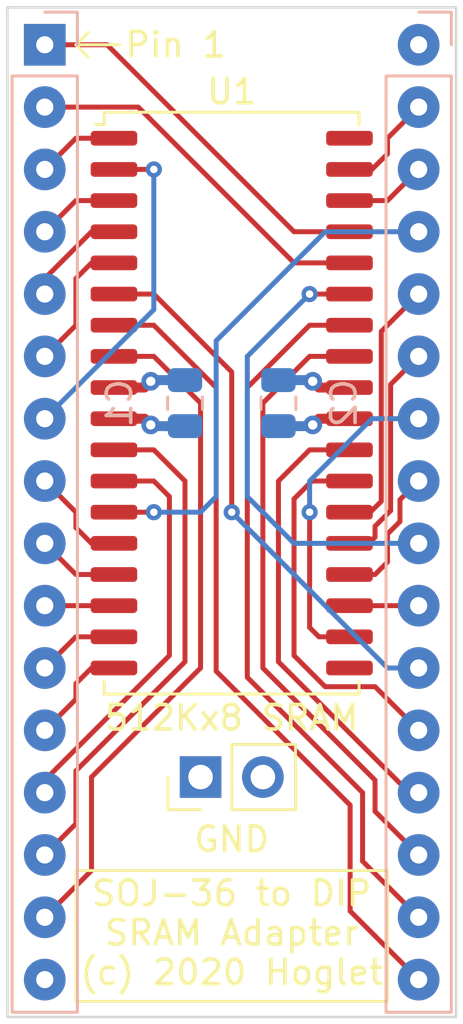
<source format=kicad_pcb>
(kicad_pcb (version 20171130) (host pcbnew 5.1.7-a382d34a8~87~ubuntu18.04.1)

  (general
    (thickness 1.6)
    (drawings 16)
    (tracks 161)
    (zones 0)
    (modules 6)
    (nets 35)
  )

  (page A4)
  (layers
    (0 F.Cu signal)
    (1 In1.Cu power hide)
    (2 In2.Cu power hide)
    (31 B.Cu signal)
    (32 B.Adhes user hide)
    (33 F.Adhes user hide)
    (34 B.Paste user hide)
    (35 F.Paste user hide)
    (36 B.SilkS user)
    (37 F.SilkS user)
    (38 B.Mask user hide)
    (39 F.Mask user hide)
    (40 Dwgs.User user)
    (41 Cmts.User user hide)
    (42 Eco1.User user)
    (43 Eco2.User user)
    (44 Edge.Cuts user)
    (45 Margin user hide)
    (46 B.CrtYd user hide)
    (47 F.CrtYd user hide)
    (48 B.Fab user hide)
    (49 F.Fab user hide)
  )

  (setup
    (last_trace_width 0.2032)
    (trace_clearance 0.1778)
    (zone_clearance 0.3048)
    (zone_45_only no)
    (trace_min 0.2032)
    (via_size 0.6604)
    (via_drill 0.3048)
    (via_min_size 0.6096)
    (via_min_drill 0.3048)
    (uvia_size 0.6604)
    (uvia_drill 0.3048)
    (uvias_allowed no)
    (uvia_min_size 0.6096)
    (uvia_min_drill 0.3048)
    (edge_width 0.05)
    (segment_width 0.2)
    (pcb_text_width 0.3)
    (pcb_text_size 1.5 1.5)
    (mod_edge_width 0.12)
    (mod_text_size 1 1)
    (mod_text_width 0.15)
    (pad_size 1.524 1.524)
    (pad_drill 0.762)
    (pad_to_mask_clearance 0.1)
    (solder_mask_min_width 0.25)
    (aux_axis_origin 0 0)
    (visible_elements FFFFFF7F)
    (pcbplotparams
      (layerselection 0x010f0_ffffffff)
      (usegerberextensions true)
      (usegerberattributes false)
      (usegerberadvancedattributes false)
      (creategerberjobfile false)
      (excludeedgelayer true)
      (linewidth 0.100000)
      (plotframeref false)
      (viasonmask false)
      (mode 1)
      (useauxorigin false)
      (hpglpennumber 1)
      (hpglpenspeed 20)
      (hpglpendiameter 15.000000)
      (psnegative false)
      (psa4output false)
      (plotreference true)
      (plotvalue false)
      (plotinvisibletext false)
      (padsonsilk false)
      (subtractmaskfromsilk false)
      (outputformat 1)
      (mirror false)
      (drillshape 0)
      (scaleselection 1)
      (outputdirectory "manufacturing/"))
  )

  (net 0 "")
  (net 1 /GND)
  (net 2 /VCC)
  (net 3 /DQ2)
  (net 4 /DQ1)
  (net 5 /DQ0)
  (net 6 /A0)
  (net 7 /A1)
  (net 8 /A2)
  (net 9 /A3)
  (net 10 /A4)
  (net 11 /A5)
  (net 12 /A6)
  (net 13 /A7)
  (net 14 /A12)
  (net 15 /A14)
  (net 16 /A16)
  (net 17 /A18)
  (net 18 /DQ3)
  (net 19 /DQ4)
  (net 20 /DQ5)
  (net 21 /DQ6)
  (net 22 /DQ7)
  (net 23 /CE#)
  (net 24 /A10)
  (net 25 /OE#)
  (net 26 /A11)
  (net 27 /A9)
  (net 28 /A8)
  (net 29 /A13)
  (net 30 /WE#)
  (net 31 /A17)
  (net 32 /A15)
  (net 33 "Net-(U1-Pad36)")
  (net 34 "Net-(U1-Pad19)")

  (net_class Default "This is the default net class."
    (clearance 0.1778)
    (trace_width 0.2032)
    (via_dia 0.6604)
    (via_drill 0.3048)
    (uvia_dia 0.6604)
    (uvia_drill 0.3048)
    (diff_pair_width 0.2032)
    (diff_pair_gap 0.25)
    (add_net /A0)
    (add_net /A1)
    (add_net /A10)
    (add_net /A11)
    (add_net /A12)
    (add_net /A13)
    (add_net /A14)
    (add_net /A15)
    (add_net /A16)
    (add_net /A17)
    (add_net /A18)
    (add_net /A2)
    (add_net /A3)
    (add_net /A4)
    (add_net /A5)
    (add_net /A6)
    (add_net /A7)
    (add_net /A8)
    (add_net /A9)
    (add_net /CE#)
    (add_net /DQ0)
    (add_net /DQ1)
    (add_net /DQ2)
    (add_net /DQ3)
    (add_net /DQ4)
    (add_net /DQ5)
    (add_net /DQ6)
    (add_net /DQ7)
    (add_net /OE#)
    (add_net /WE#)
    (add_net "Net-(U1-Pad19)")
    (add_net "Net-(U1-Pad36)")
  )

  (net_class Power ""
    (clearance 0.2032)
    (trace_width 0.4064)
    (via_dia 0.762)
    (via_drill 0.381)
    (uvia_dia 0.762)
    (uvia_drill 0.381)
    (diff_pair_width 0.2032)
    (diff_pair_gap 0.25)
    (add_net /GND)
    (add_net /VCC)
  )

  (module Connector_PinHeader_2.54mm:PinHeader_1x02_P2.54mm_Vertical (layer F.Cu) (tedit 59FED5CC) (tstamp 5F9760C0)
    (at 95.25 95.885 90)
    (descr "Through hole straight pin header, 1x02, 2.54mm pitch, single row")
    (tags "Through hole pin header THT 1x02 2.54mm single row")
    (path /5F9790CB)
    (fp_text reference J3 (at 0 -2.33 90) (layer F.SilkS) hide
      (effects (font (size 1 1) (thickness 0.15)))
    )
    (fp_text value Conn_01x02_Male (at 0 4.87 90) (layer F.Fab)
      (effects (font (size 1 1) (thickness 0.15)))
    )
    (fp_text user %R (at 0 1.27) (layer F.Fab)
      (effects (font (size 1 1) (thickness 0.15)))
    )
    (fp_line (start -0.635 -1.27) (end 1.27 -1.27) (layer F.Fab) (width 0.1))
    (fp_line (start 1.27 -1.27) (end 1.27 3.81) (layer F.Fab) (width 0.1))
    (fp_line (start 1.27 3.81) (end -1.27 3.81) (layer F.Fab) (width 0.1))
    (fp_line (start -1.27 3.81) (end -1.27 -0.635) (layer F.Fab) (width 0.1))
    (fp_line (start -1.27 -0.635) (end -0.635 -1.27) (layer F.Fab) (width 0.1))
    (fp_line (start -1.33 3.87) (end 1.33 3.87) (layer F.SilkS) (width 0.12))
    (fp_line (start -1.33 1.27) (end -1.33 3.87) (layer F.SilkS) (width 0.12))
    (fp_line (start 1.33 1.27) (end 1.33 3.87) (layer F.SilkS) (width 0.12))
    (fp_line (start -1.33 1.27) (end 1.33 1.27) (layer F.SilkS) (width 0.12))
    (fp_line (start -1.33 0) (end -1.33 -1.33) (layer F.SilkS) (width 0.12))
    (fp_line (start -1.33 -1.33) (end 0 -1.33) (layer F.SilkS) (width 0.12))
    (fp_line (start -1.8 -1.8) (end -1.8 4.35) (layer F.CrtYd) (width 0.05))
    (fp_line (start -1.8 4.35) (end 1.8 4.35) (layer F.CrtYd) (width 0.05))
    (fp_line (start 1.8 4.35) (end 1.8 -1.8) (layer F.CrtYd) (width 0.05))
    (fp_line (start 1.8 -1.8) (end -1.8 -1.8) (layer F.CrtYd) (width 0.05))
    (pad 2 thru_hole oval (at 0 2.54 90) (size 1.7 1.7) (drill 1) (layers *.Cu *.Mask)
      (net 1 /GND))
    (pad 1 thru_hole rect (at 0 0 90) (size 1.7 1.7) (drill 1) (layers *.Cu *.Mask)
      (net 1 /GND))
    (model ${KISYS3DMOD}/Connector_PinHeader_2.54mm.3dshapes/PinHeader_1x02_P2.54mm_Vertical.wrl
      (at (xyz 0 0 0))
      (scale (xyz 1 1 1))
      (rotate (xyz 0 0 0))
    )
  )

  (module footprints:SOJ-36_10.16x23.49mm_P1.27mm (layer F.Cu) (tedit 5F96CE2E) (tstamp 5F91CB81)
    (at 96.52 80.645)
    (descr "SOJ, 36 Pin (http://www.issi.com/WW/pdf/61-64C5128AL.pdf), generated with kicad-footprint-generator ipc_gullwing_generator.py")
    (tags "SOJ SO")
    (path /5F9495FF)
    (attr smd)
    (fp_text reference U1 (at 0 -12.7) (layer F.SilkS)
      (effects (font (size 1 1) (thickness 0.15)))
    )
    (fp_text value IS61C5128AL-10KLI (at 0 12.7) (layer F.Fab)
      (effects (font (size 1 1) (thickness 0.15)))
    )
    (fp_text user %R (at 0 0) (layer F.Fab)
      (effects (font (size 1 1) (thickness 0.15)))
    )
    (fp_line (start 5.8 -12) (end -5.8 -12) (layer F.CrtYd) (width 0.05))
    (fp_line (start 5.8 12) (end 5.8 -12) (layer F.CrtYd) (width 0.05))
    (fp_line (start -5.8 12) (end 5.8 12) (layer F.CrtYd) (width 0.05))
    (fp_line (start -5.8 -12) (end -5.8 12) (layer F.CrtYd) (width 0.05))
    (fp_line (start -5.08 -10.745) (end -4.08 -11.745) (layer F.Fab) (width 0.1))
    (fp_line (start -5.08 11.745) (end -5.08 -10.745) (layer F.Fab) (width 0.1))
    (fp_line (start 5.08 11.745) (end -5.08 11.745) (layer F.Fab) (width 0.1))
    (fp_line (start 5.08 -11.745) (end 5.08 11.745) (layer F.Fab) (width 0.1))
    (fp_line (start -4.08 -11.745) (end 5.08 -11.745) (layer F.Fab) (width 0.1))
    (fp_line (start -5.19 -11.355) (end -5.55 -11.355) (layer F.SilkS) (width 0.12))
    (fp_line (start -5.19 -11.855) (end -5.19 -11.355) (layer F.SilkS) (width 0.12))
    (fp_line (start 0 -11.855) (end -5.19 -11.855) (layer F.SilkS) (width 0.12))
    (fp_line (start 5.19 -11.855) (end 5.19 -11.355) (layer F.SilkS) (width 0.12))
    (fp_line (start 0 -11.855) (end 5.19 -11.855) (layer F.SilkS) (width 0.12))
    (fp_line (start -5.19 11.855) (end -5.19 11.355) (layer F.SilkS) (width 0.12))
    (fp_line (start 0 11.855) (end -5.19 11.855) (layer F.SilkS) (width 0.12))
    (fp_line (start 5.19 11.855) (end 5.19 11.355) (layer F.SilkS) (width 0.12))
    (fp_line (start 0 11.855) (end 5.19 11.855) (layer F.SilkS) (width 0.12))
    (pad 1 smd roundrect (at -4.8 -10.795) (size 1.9 0.6) (layers F.Cu F.Paste F.Mask) (roundrect_rratio 0.25)
      (net 15 /A14))
    (pad 2 smd roundrect (at -4.8 -9.525) (size 1.9 0.6) (layers F.Cu F.Paste F.Mask) (roundrect_rratio 0.25)
      (net 11 /A5))
    (pad 3 smd roundrect (at -4.8 -8.255) (size 1.9 0.6) (layers F.Cu F.Paste F.Mask) (roundrect_rratio 0.25)
      (net 14 /A12))
    (pad 4 smd roundrect (at -4.8 -6.985) (size 1.9 0.6) (layers F.Cu F.Paste F.Mask) (roundrect_rratio 0.25)
      (net 13 /A7))
    (pad 5 smd roundrect (at -4.8 -5.715) (size 1.9 0.6) (layers F.Cu F.Paste F.Mask) (roundrect_rratio 0.25)
      (net 12 /A6))
    (pad 6 smd roundrect (at -4.8 -4.445) (size 1.9 0.6) (layers F.Cu F.Paste F.Mask) (roundrect_rratio 0.25)
      (net 23 /CE#))
    (pad 7 smd roundrect (at -4.8 -3.175) (size 1.9 0.6) (layers F.Cu F.Paste F.Mask) (roundrect_rratio 0.25)
      (net 18 /DQ3))
    (pad 8 smd roundrect (at -4.8 -1.905) (size 1.9 0.6) (layers F.Cu F.Paste F.Mask) (roundrect_rratio 0.25)
      (net 3 /DQ2))
    (pad 9 smd roundrect (at -4.8 -0.635) (size 1.9 0.6) (layers F.Cu F.Paste F.Mask) (roundrect_rratio 0.25)
      (net 2 /VCC))
    (pad 10 smd roundrect (at -4.8 0.635) (size 1.9 0.6) (layers F.Cu F.Paste F.Mask) (roundrect_rratio 0.25)
      (net 1 /GND))
    (pad 11 smd roundrect (at -4.8 1.905) (size 1.9 0.6) (layers F.Cu F.Paste F.Mask) (roundrect_rratio 0.25)
      (net 4 /DQ1))
    (pad 12 smd roundrect (at -4.8 3.175) (size 1.9 0.6) (layers F.Cu F.Paste F.Mask) (roundrect_rratio 0.25)
      (net 5 /DQ0))
    (pad 13 smd roundrect (at -4.8 4.445) (size 1.9 0.6) (layers F.Cu F.Paste F.Mask) (roundrect_rratio 0.25)
      (net 30 /WE#))
    (pad 14 smd roundrect (at -4.8 5.715) (size 1.9 0.6) (layers F.Cu F.Paste F.Mask) (roundrect_rratio 0.25)
      (net 10 /A4))
    (pad 15 smd roundrect (at -4.8 6.985) (size 1.9 0.6) (layers F.Cu F.Paste F.Mask) (roundrect_rratio 0.25)
      (net 9 /A3))
    (pad 16 smd roundrect (at -4.8 8.255) (size 1.9 0.6) (layers F.Cu F.Paste F.Mask) (roundrect_rratio 0.25)
      (net 8 /A2))
    (pad 17 smd roundrect (at -4.8 9.525) (size 1.9 0.6) (layers F.Cu F.Paste F.Mask) (roundrect_rratio 0.25)
      (net 7 /A1))
    (pad 18 smd roundrect (at -4.8 10.795) (size 1.9 0.6) (layers F.Cu F.Paste F.Mask) (roundrect_rratio 0.25)
      (net 6 /A0))
    (pad 19 smd roundrect (at 4.8 10.795) (size 1.9 0.6) (layers F.Cu F.Paste F.Mask) (roundrect_rratio 0.25)
      (net 34 "Net-(U1-Pad19)"))
    (pad 20 smd roundrect (at 4.8 9.525) (size 1.9 0.6) (layers F.Cu F.Paste F.Mask) (roundrect_rratio 0.25)
      (net 27 /A9))
    (pad 21 smd roundrect (at 4.8 8.255) (size 1.9 0.6) (layers F.Cu F.Paste F.Mask) (roundrect_rratio 0.25)
      (net 24 /A10))
    (pad 22 smd roundrect (at 4.8 6.985) (size 1.9 0.6) (layers F.Cu F.Paste F.Mask) (roundrect_rratio 0.25)
      (net 26 /A11))
    (pad 23 smd roundrect (at 4.8 5.715) (size 1.9 0.6) (layers F.Cu F.Paste F.Mask) (roundrect_rratio 0.25)
      (net 28 /A8))
    (pad 24 smd roundrect (at 4.8 4.445) (size 1.9 0.6) (layers F.Cu F.Paste F.Mask) (roundrect_rratio 0.25)
      (net 29 /A13))
    (pad 25 smd roundrect (at 4.8 3.175) (size 1.9 0.6) (layers F.Cu F.Paste F.Mask) (roundrect_rratio 0.25)
      (net 22 /DQ7))
    (pad 26 smd roundrect (at 4.8 1.905) (size 1.9 0.6) (layers F.Cu F.Paste F.Mask) (roundrect_rratio 0.25)
      (net 21 /DQ6))
    (pad 27 smd roundrect (at 4.8 0.635) (size 1.9 0.6) (layers F.Cu F.Paste F.Mask) (roundrect_rratio 0.25)
      (net 2 /VCC))
    (pad 28 smd roundrect (at 4.8 -0.635) (size 1.9 0.6) (layers F.Cu F.Paste F.Mask) (roundrect_rratio 0.25)
      (net 1 /GND))
    (pad 29 smd roundrect (at 4.8 -1.905) (size 1.9 0.6) (layers F.Cu F.Paste F.Mask) (roundrect_rratio 0.25)
      (net 20 /DQ5))
    (pad 30 smd roundrect (at 4.8 -3.175) (size 1.9 0.6) (layers F.Cu F.Paste F.Mask) (roundrect_rratio 0.25)
      (net 19 /DQ4))
    (pad 31 smd roundrect (at 4.8 -4.445) (size 1.9 0.6) (layers F.Cu F.Paste F.Mask) (roundrect_rratio 0.25)
      (net 25 /OE#))
    (pad 32 smd roundrect (at 4.8 -5.715) (size 1.9 0.6) (layers F.Cu F.Paste F.Mask) (roundrect_rratio 0.25)
      (net 16 /A16))
    (pad 33 smd roundrect (at 4.8 -6.985) (size 1.9 0.6) (layers F.Cu F.Paste F.Mask) (roundrect_rratio 0.25)
      (net 17 /A18))
    (pad 34 smd roundrect (at 4.8 -8.255) (size 1.9 0.6) (layers F.Cu F.Paste F.Mask) (roundrect_rratio 0.25)
      (net 31 /A17))
    (pad 35 smd roundrect (at 4.8 -9.525) (size 1.9 0.6) (layers F.Cu F.Paste F.Mask) (roundrect_rratio 0.25)
      (net 32 /A15))
    (pad 36 smd roundrect (at 4.8 -10.795) (size 1.9 0.6) (layers F.Cu F.Paste F.Mask) (roundrect_rratio 0.25)
      (net 33 "Net-(U1-Pad36)"))
    (model ${KISYS3DMOD}/Package_SO.3dshapes/SOJ-36_10.16x23.49mm_P1.27mm.wrl
      (at (xyz 0 0 0))
      (scale (xyz 1 1 1))
      (rotate (xyz 0 0 0))
    )
  )

  (module footprints:PinHeader_1x16_P2.54mm_VerticalAllRound (layer B.Cu) (tedit 5F96ABDA) (tstamp 5F971C46)
    (at 104.14 66.04 180)
    (descr "Through hole straight pin header, 1x16, 2.54mm pitch, single row")
    (tags "Through hole pin header THT 1x16 2.54mm single row")
    (path /5F92E19A)
    (fp_text reference J2 (at 0 2.33) (layer B.SilkS) hide
      (effects (font (size 1 1) (thickness 0.15)) (justify mirror))
    )
    (fp_text value Conn_01x16_Male (at 0 -40.43) (layer B.Fab)
      (effects (font (size 1 1) (thickness 0.15)) (justify mirror))
    )
    (fp_line (start -0.635 1.27) (end 1.27 1.27) (layer B.Fab) (width 0.1))
    (fp_line (start 1.27 1.27) (end 1.27 -39.37) (layer B.Fab) (width 0.1))
    (fp_line (start 1.27 -39.37) (end -1.27 -39.37) (layer B.Fab) (width 0.1))
    (fp_line (start -1.27 -39.37) (end -1.27 0.635) (layer B.Fab) (width 0.1))
    (fp_line (start -1.27 0.635) (end -0.635 1.27) (layer B.Fab) (width 0.1))
    (fp_line (start -1.33 -39.43) (end 1.33 -39.43) (layer B.SilkS) (width 0.12))
    (fp_line (start -1.33 -1.27) (end -1.33 -39.43) (layer B.SilkS) (width 0.12))
    (fp_line (start 1.33 -1.27) (end 1.33 -39.43) (layer B.SilkS) (width 0.12))
    (fp_line (start -1.33 -1.27) (end 1.33 -1.27) (layer B.SilkS) (width 0.12))
    (fp_line (start -1.33 0) (end -1.33 1.33) (layer B.SilkS) (width 0.12))
    (fp_line (start -1.33 1.33) (end 0 1.33) (layer B.SilkS) (width 0.12))
    (fp_line (start -1.8 1.8) (end -1.8 -39.9) (layer B.CrtYd) (width 0.05))
    (fp_line (start -1.8 -39.9) (end 1.8 -39.9) (layer B.CrtYd) (width 0.05))
    (fp_line (start 1.8 -39.9) (end 1.8 1.8) (layer B.CrtYd) (width 0.05))
    (fp_line (start 1.8 1.8) (end -1.8 1.8) (layer B.CrtYd) (width 0.05))
    (fp_text user %R (at 0 -19.05 270) (layer B.Fab)
      (effects (font (size 1 1) (thickness 0.15)) (justify mirror))
    )
    (pad 16 thru_hole oval (at 0 -38.1 180) (size 1.7 1.7) (drill 0.7) (layers *.Cu *.Mask)
      (net 18 /DQ3))
    (pad 15 thru_hole oval (at 0 -35.56 180) (size 1.7 1.7) (drill 0.7) (layers *.Cu *.Mask)
      (net 19 /DQ4))
    (pad 14 thru_hole oval (at 0 -33.02 180) (size 1.7 1.7) (drill 0.7) (layers *.Cu *.Mask)
      (net 20 /DQ5))
    (pad 13 thru_hole oval (at 0 -30.48 180) (size 1.7 1.7) (drill 0.7) (layers *.Cu *.Mask)
      (net 21 /DQ6))
    (pad 12 thru_hole oval (at 0 -27.94 180) (size 1.7 1.7) (drill 0.7) (layers *.Cu *.Mask)
      (net 22 /DQ7))
    (pad 11 thru_hole oval (at 0 -25.4 180) (size 1.7 1.7) (drill 0.7) (layers *.Cu *.Mask)
      (net 23 /CE#))
    (pad 10 thru_hole oval (at 0 -22.86 180) (size 1.7 1.7) (drill 0.7) (layers *.Cu *.Mask)
      (net 24 /A10))
    (pad 9 thru_hole oval (at 0 -20.32 180) (size 1.7 1.7) (drill 0.7) (layers *.Cu *.Mask)
      (net 25 /OE#))
    (pad 8 thru_hole oval (at 0 -17.78 180) (size 1.7 1.7) (drill 0.7) (layers *.Cu *.Mask)
      (net 26 /A11))
    (pad 7 thru_hole oval (at 0 -15.24 180) (size 1.7 1.7) (drill 0.7) (layers *.Cu *.Mask)
      (net 27 /A9))
    (pad 6 thru_hole oval (at 0 -12.7 180) (size 1.7 1.7) (drill 0.7) (layers *.Cu *.Mask)
      (net 28 /A8))
    (pad 5 thru_hole oval (at 0 -10.16 180) (size 1.7 1.7) (drill 0.7) (layers *.Cu *.Mask)
      (net 29 /A13))
    (pad 4 thru_hole oval (at 0 -7.62 180) (size 1.7 1.7) (drill 0.7) (layers *.Cu *.Mask)
      (net 30 /WE#))
    (pad 3 thru_hole oval (at 0 -5.08 180) (size 1.7 1.7) (drill 0.7) (layers *.Cu *.Mask)
      (net 31 /A17))
    (pad 2 thru_hole oval (at 0 -2.54 180) (size 1.7 1.7) (drill 0.7) (layers *.Cu *.Mask)
      (net 32 /A15))
    (pad 1 thru_hole circle (at 0 0 180) (size 1.7 1.7) (drill 0.7) (layers *.Cu *.Mask)
      (net 2 /VCC))
    (model ${KISYS3DMOD}/Connector_PinHeader_2.54mm.3dshapes/PinHeader_1x16_P2.54mm_Vertical.wrl
      (at (xyz 0 0 0))
      (scale (xyz 1 1 1))
      (rotate (xyz 0 0 0))
    )
  )

  (module footprints:PinHeader_1x16_P2.54mm_Vertical (layer B.Cu) (tedit 5F96ABC0) (tstamp 5F91C462)
    (at 88.9 66.04 180)
    (descr "Through hole straight pin header, 1x16, 2.54mm pitch, single row")
    (tags "Through hole pin header THT 1x16 2.54mm single row")
    (path /5F92BC33)
    (fp_text reference J1 (at 0 2.33) (layer B.SilkS) hide
      (effects (font (size 1 1) (thickness 0.15)) (justify mirror))
    )
    (fp_text value Conn_01x16_Male (at 0 -40.43) (layer B.Fab)
      (effects (font (size 1 1) (thickness 0.15)) (justify mirror))
    )
    (fp_line (start -0.635 1.27) (end 1.27 1.27) (layer B.Fab) (width 0.1))
    (fp_line (start 1.27 1.27) (end 1.27 -39.37) (layer B.Fab) (width 0.1))
    (fp_line (start 1.27 -39.37) (end -1.27 -39.37) (layer B.Fab) (width 0.1))
    (fp_line (start -1.27 -39.37) (end -1.27 0.635) (layer B.Fab) (width 0.1))
    (fp_line (start -1.27 0.635) (end -0.635 1.27) (layer B.Fab) (width 0.1))
    (fp_line (start -1.33 -39.43) (end 1.33 -39.43) (layer B.SilkS) (width 0.12))
    (fp_line (start -1.33 -1.27) (end -1.33 -39.43) (layer B.SilkS) (width 0.12))
    (fp_line (start 1.33 -1.27) (end 1.33 -39.43) (layer B.SilkS) (width 0.12))
    (fp_line (start -1.33 -1.27) (end 1.33 -1.27) (layer B.SilkS) (width 0.12))
    (fp_line (start -1.33 0) (end -1.33 1.33) (layer B.SilkS) (width 0.12))
    (fp_line (start -1.33 1.33) (end 0 1.33) (layer B.SilkS) (width 0.12))
    (fp_line (start -1.8 1.8) (end -1.8 -39.9) (layer B.CrtYd) (width 0.05))
    (fp_line (start -1.8 -39.9) (end 1.8 -39.9) (layer B.CrtYd) (width 0.05))
    (fp_line (start 1.8 -39.9) (end 1.8 1.8) (layer B.CrtYd) (width 0.05))
    (fp_line (start 1.8 1.8) (end -1.8 1.8) (layer B.CrtYd) (width 0.05))
    (fp_text user %R (at 0 -19.05 270) (layer B.Fab)
      (effects (font (size 1 1) (thickness 0.15)) (justify mirror))
    )
    (pad 16 thru_hole oval (at 0 -38.1 180) (size 1.7 1.7) (drill 0.7) (layers *.Cu *.Mask)
      (net 1 /GND))
    (pad 15 thru_hole oval (at 0 -35.56 180) (size 1.7 1.7) (drill 0.7) (layers *.Cu *.Mask)
      (net 3 /DQ2))
    (pad 14 thru_hole oval (at 0 -33.02 180) (size 1.7 1.7) (drill 0.7) (layers *.Cu *.Mask)
      (net 4 /DQ1))
    (pad 13 thru_hole oval (at 0 -30.48 180) (size 1.7 1.7) (drill 0.7) (layers *.Cu *.Mask)
      (net 5 /DQ0))
    (pad 12 thru_hole oval (at 0 -27.94 180) (size 1.7 1.7) (drill 0.7) (layers *.Cu *.Mask)
      (net 6 /A0))
    (pad 11 thru_hole oval (at 0 -25.4 180) (size 1.7 1.7) (drill 0.7) (layers *.Cu *.Mask)
      (net 7 /A1))
    (pad 10 thru_hole oval (at 0 -22.86 180) (size 1.7 1.7) (drill 0.7) (layers *.Cu *.Mask)
      (net 8 /A2))
    (pad 9 thru_hole oval (at 0 -20.32 180) (size 1.7 1.7) (drill 0.7) (layers *.Cu *.Mask)
      (net 9 /A3))
    (pad 8 thru_hole oval (at 0 -17.78 180) (size 1.7 1.7) (drill 0.7) (layers *.Cu *.Mask)
      (net 10 /A4))
    (pad 7 thru_hole oval (at 0 -15.24 180) (size 1.7 1.7) (drill 0.7) (layers *.Cu *.Mask)
      (net 11 /A5))
    (pad 6 thru_hole oval (at 0 -12.7 180) (size 1.7 1.7) (drill 0.7) (layers *.Cu *.Mask)
      (net 12 /A6))
    (pad 5 thru_hole oval (at 0 -10.16 180) (size 1.7 1.7) (drill 0.7) (layers *.Cu *.Mask)
      (net 13 /A7))
    (pad 4 thru_hole oval (at 0 -7.62 180) (size 1.7 1.7) (drill 0.7) (layers *.Cu *.Mask)
      (net 14 /A12))
    (pad 3 thru_hole oval (at 0 -5.08 180) (size 1.7 1.7) (drill 0.7) (layers *.Cu *.Mask)
      (net 15 /A14))
    (pad 2 thru_hole oval (at 0 -2.54 180) (size 1.7 1.7) (drill 0.7) (layers *.Cu *.Mask)
      (net 16 /A16))
    (pad 1 thru_hole rect (at 0 0 180) (size 1.7 1.7) (drill 0.7) (layers *.Cu *.Mask)
      (net 17 /A18))
    (model ${KISYS3DMOD}/Connector_PinHeader_2.54mm.3dshapes/PinHeader_1x16_P2.54mm_Vertical.wrl
      (at (xyz 0 0 0))
      (scale (xyz 1 1 1))
      (rotate (xyz 0 0 0))
    )
  )

  (module Capacitor_SMD:C_0805_2012Metric (layer B.Cu) (tedit 5B36C52B) (tstamp 5F91A0F2)
    (at 98.425 80.645 90)
    (descr "Capacitor SMD 0805 (2012 Metric), square (rectangular) end terminal, IPC_7351 nominal, (Body size source: https://docs.google.com/spreadsheets/d/1BsfQQcO9C6DZCsRaXUlFlo91Tg2WpOkGARC1WS5S8t0/edit?usp=sharing), generated with kicad-footprint-generator")
    (tags capacitor)
    (path /5F94290A)
    (attr smd)
    (fp_text reference C2 (at 0 2.667 90) (layer B.SilkS)
      (effects (font (size 1 1) (thickness 0.15)) (justify mirror))
    )
    (fp_text value 100nF (at 0 -1.65 90) (layer B.Fab)
      (effects (font (size 1 1) (thickness 0.15)) (justify mirror))
    )
    (fp_line (start 1.68 -0.95) (end -1.68 -0.95) (layer B.CrtYd) (width 0.05))
    (fp_line (start 1.68 0.95) (end 1.68 -0.95) (layer B.CrtYd) (width 0.05))
    (fp_line (start -1.68 0.95) (end 1.68 0.95) (layer B.CrtYd) (width 0.05))
    (fp_line (start -1.68 -0.95) (end -1.68 0.95) (layer B.CrtYd) (width 0.05))
    (fp_line (start -0.258578 -0.71) (end 0.258578 -0.71) (layer B.SilkS) (width 0.12))
    (fp_line (start -0.258578 0.71) (end 0.258578 0.71) (layer B.SilkS) (width 0.12))
    (fp_line (start 1 -0.6) (end -1 -0.6) (layer B.Fab) (width 0.1))
    (fp_line (start 1 0.6) (end 1 -0.6) (layer B.Fab) (width 0.1))
    (fp_line (start -1 0.6) (end 1 0.6) (layer B.Fab) (width 0.1))
    (fp_line (start -1 -0.6) (end -1 0.6) (layer B.Fab) (width 0.1))
    (fp_text user %R (at 0 0 90) (layer B.Fab)
      (effects (font (size 0.5 0.5) (thickness 0.08)) (justify mirror))
    )
    (pad 2 smd roundrect (at 0.9375 0 90) (size 0.975 1.4) (layers B.Cu B.Paste B.Mask) (roundrect_rratio 0.25)
      (net 1 /GND))
    (pad 1 smd roundrect (at -0.9375 0 90) (size 0.975 1.4) (layers B.Cu B.Paste B.Mask) (roundrect_rratio 0.25)
      (net 2 /VCC))
    (model ${KISYS3DMOD}/Capacitor_SMD.3dshapes/C_0805_2012Metric.wrl
      (at (xyz 0 0 0))
      (scale (xyz 1 1 1))
      (rotate (xyz 0 0 0))
    )
  )

  (module Capacitor_SMD:C_0805_2012Metric (layer B.Cu) (tedit 5B36C52B) (tstamp 5F91A44A)
    (at 94.615 80.645 270)
    (descr "Capacitor SMD 0805 (2012 Metric), square (rectangular) end terminal, IPC_7351 nominal, (Body size source: https://docs.google.com/spreadsheets/d/1BsfQQcO9C6DZCsRaXUlFlo91Tg2WpOkGARC1WS5S8t0/edit?usp=sharing), generated with kicad-footprint-generator")
    (tags capacitor)
    (path /5F9423F9)
    (attr smd)
    (fp_text reference C1 (at 0 2.667 270) (layer B.SilkS)
      (effects (font (size 1 1) (thickness 0.15)) (justify mirror))
    )
    (fp_text value 100nF (at 0 -1.65 270) (layer B.Fab)
      (effects (font (size 1 1) (thickness 0.15)) (justify mirror))
    )
    (fp_line (start 1.68 -0.95) (end -1.68 -0.95) (layer B.CrtYd) (width 0.05))
    (fp_line (start 1.68 0.95) (end 1.68 -0.95) (layer B.CrtYd) (width 0.05))
    (fp_line (start -1.68 0.95) (end 1.68 0.95) (layer B.CrtYd) (width 0.05))
    (fp_line (start -1.68 -0.95) (end -1.68 0.95) (layer B.CrtYd) (width 0.05))
    (fp_line (start -0.258578 -0.71) (end 0.258578 -0.71) (layer B.SilkS) (width 0.12))
    (fp_line (start -0.258578 0.71) (end 0.258578 0.71) (layer B.SilkS) (width 0.12))
    (fp_line (start 1 -0.6) (end -1 -0.6) (layer B.Fab) (width 0.1))
    (fp_line (start 1 0.6) (end 1 -0.6) (layer B.Fab) (width 0.1))
    (fp_line (start -1 0.6) (end 1 0.6) (layer B.Fab) (width 0.1))
    (fp_line (start -1 -0.6) (end -1 0.6) (layer B.Fab) (width 0.1))
    (fp_text user %R (at 0 0 270) (layer B.Fab)
      (effects (font (size 0.5 0.5) (thickness 0.08)) (justify mirror))
    )
    (pad 2 smd roundrect (at 0.9375 0 270) (size 0.975 1.4) (layers B.Cu B.Paste B.Mask) (roundrect_rratio 0.25)
      (net 1 /GND))
    (pad 1 smd roundrect (at -0.9375 0 270) (size 0.975 1.4) (layers B.Cu B.Paste B.Mask) (roundrect_rratio 0.25)
      (net 2 /VCC))
    (model ${KISYS3DMOD}/Capacitor_SMD.3dshapes/C_0805_2012Metric.wrl
      (at (xyz 0 0 0))
      (scale (xyz 1 1 1))
      (rotate (xyz 0 0 0))
    )
  )

  (gr_text GND (at 96.52 98.425) (layer F.SilkS) (tstamp 5F97624F)
    (effects (font (size 1 1) (thickness 0.15)))
  )
  (gr_line (start 90.17 66.04) (end 90.678 65.532) (layer F.SilkS) (width 0.12))
  (gr_line (start 90.17 66.04) (end 90.678 66.548) (layer F.SilkS) (width 0.12))
  (gr_line (start 90.17 66.04) (end 90.424 66.04) (layer F.SilkS) (width 0.12))
  (gr_line (start 91.948 66.04) (end 90.17 66.04) (layer F.SilkS) (width 0.12))
  (gr_text "Pin 1" (at 94.234 66.04) (layer F.SilkS)
    (effects (font (size 1 1) (thickness 0.15)))
  )
  (gr_line (start 90.17 105.029) (end 90.17 99.695) (layer F.SilkS) (width 0.12) (tstamp 5F976218))
  (gr_line (start 102.87 105.029) (end 90.17 105.029) (layer F.SilkS) (width 0.12) (tstamp 5F97620F))
  (gr_line (start 102.87 99.695) (end 102.87 105.029) (layer F.SilkS) (width 0.12) (tstamp 5F97620C))
  (gr_line (start 90.17 99.695) (end 102.87 99.695) (layer F.SilkS) (width 0.12) (tstamp 5F976215))
  (gr_text "SOJ-36 to DIP\nSRAM Adapter\n(c) 2020 Hoglet" (at 96.52 102.235) (layer F.SilkS) (tstamp 5F976212)
    (effects (font (size 1 1) (thickness 0.15)))
  )
  (gr_text "512Kx8 SRAM" (at 96.52 93.472) (layer F.SilkS)
    (effects (font (size 1 1) (thickness 0.15)))
  )
  (gr_line (start 105.664 64.516) (end 105.664 105.664) (layer Edge.Cuts) (width 0.1))
  (gr_line (start 87.376 64.516) (end 105.664 64.516) (layer Edge.Cuts) (width 0.1))
  (gr_line (start 87.376 105.664) (end 87.376 64.516) (layer Edge.Cuts) (width 0.1))
  (gr_line (start 105.664 105.664) (end 87.376 105.664) (layer Edge.Cuts) (width 0.1))

  (segment (start 93.2665 81.5825) (end 94.615 81.5825) (width 0.4064) (layer B.Cu) (net 1) (status 20))
  (segment (start 93.218 81.534) (end 93.2665 81.5825) (width 0.4064) (layer B.Cu) (net 1))
  (segment (start 92.964 81.28) (end 93.218 81.534) (width 0.4064) (layer F.Cu) (net 1))
  (via (at 93.218 81.534) (size 0.762) (drill 0.381) (layers F.Cu B.Cu) (net 1))
  (segment (start 91.82 81.28) (end 92.964 81.28) (width 0.4064) (layer F.Cu) (net 1) (status 10))
  (segment (start 99.7735 79.7075) (end 98.425 79.7075) (width 0.4064) (layer B.Cu) (net 1) (status 20))
  (segment (start 99.822 79.756) (end 99.7735 79.7075) (width 0.4064) (layer B.Cu) (net 1))
  (via (at 99.822 79.756) (size 0.762) (drill 0.381) (layers F.Cu B.Cu) (net 1))
  (segment (start 100.076 80.01) (end 101.22 80.01) (width 0.4064) (layer F.Cu) (net 1) (status 20))
  (segment (start 99.822 79.756) (end 100.076 80.01) (width 0.4064) (layer F.Cu) (net 1))
  (segment (start 88.9 104.14) (end 90.17 102.87) (width 0.4064) (layer In1.Cu) (net 1) (status 10))
  (segment (start 90.17 102.87) (end 91.44 104.14) (width 0.4064) (layer In1.Cu) (net 1))
  (segment (start 88.9 104.14) (end 91.44 104.14) (width 0.4064) (layer In1.Cu) (net 1) (status 10))
  (segment (start 88.9 104.14) (end 89.662 104.902) (width 0.4064) (layer In1.Cu) (net 1) (status 10))
  (segment (start 89.662 104.902) (end 91.44 104.902) (width 0.4064) (layer In1.Cu) (net 1))
  (segment (start 91.44 104.902) (end 91.44 104.14) (width 0.4064) (layer In1.Cu) (net 1))
  (segment (start 93.2665 79.7075) (end 94.615 79.7075) (width 0.4064) (layer B.Cu) (net 2) (status 20))
  (segment (start 92.964 80.01) (end 93.218 79.756) (width 0.4064) (layer F.Cu) (net 2))
  (segment (start 93.218 79.756) (end 93.2665 79.7075) (width 0.4064) (layer B.Cu) (net 2))
  (via (at 93.218 79.756) (size 0.762) (drill 0.381) (layers F.Cu B.Cu) (net 2))
  (segment (start 91.82 80.01) (end 92.964 80.01) (width 0.4064) (layer F.Cu) (net 2) (status 10))
  (segment (start 99.7735 81.5825) (end 98.425 81.5825) (width 0.4064) (layer B.Cu) (net 2) (status 20))
  (segment (start 99.822 81.534) (end 99.7735 81.5825) (width 0.4064) (layer B.Cu) (net 2))
  (segment (start 100.076 81.28) (end 101.22 81.28) (width 0.4064) (layer F.Cu) (net 2) (status 20))
  (via (at 99.822 81.534) (size 0.762) (drill 0.381) (layers F.Cu B.Cu) (net 2))
  (segment (start 99.822 81.534) (end 100.076 81.28) (width 0.4064) (layer F.Cu) (net 2))
  (segment (start 104.14 66.04) (end 102.87 67.31) (width 0.4064) (layer In2.Cu) (net 2) (status 10))
  (segment (start 102.87 67.31) (end 101.6 66.04) (width 0.4064) (layer In2.Cu) (net 2))
  (segment (start 101.6 66.04) (end 104.14 66.04) (width 0.4064) (layer In2.Cu) (net 2) (status 20))
  (segment (start 104.14 66.04) (end 103.378 65.278) (width 0.4064) (layer In2.Cu) (net 2) (status 10))
  (segment (start 103.378 65.278) (end 101.6 65.278) (width 0.4064) (layer In2.Cu) (net 2))
  (segment (start 101.6 65.278) (end 101.6 66.04) (width 0.4064) (layer In2.Cu) (net 2))
  (segment (start 95.25 91.44) (end 95.25 80.645) (width 0.2032) (layer F.Cu) (net 3))
  (segment (start 90.805 95.885) (end 95.25 91.44) (width 0.2032) (layer F.Cu) (net 3))
  (segment (start 88.9 101.6) (end 90.805 99.695) (width 0.2032) (layer F.Cu) (net 3) (status 10))
  (segment (start 93.345 78.74) (end 91.82 78.74) (width 0.2032) (layer F.Cu) (net 3) (status 20))
  (segment (start 95.25 80.645) (end 93.345 78.74) (width 0.2032) (layer F.Cu) (net 3))
  (segment (start 90.805 99.695) (end 90.805 95.885) (width 0.2032) (layer F.Cu) (net 3))
  (segment (start 94.615 83.82) (end 93.345 82.55) (width 0.2032) (layer F.Cu) (net 4))
  (segment (start 93.345 82.55) (end 91.82 82.55) (width 0.2032) (layer F.Cu) (net 4) (status 20))
  (segment (start 94.615 91.186) (end 94.615 83.82) (width 0.2032) (layer F.Cu) (net 4))
  (segment (start 90.17 95.631) (end 94.615 91.186) (width 0.2032) (layer F.Cu) (net 4))
  (segment (start 88.9 99.06) (end 90.17 97.79) (width 0.2032) (layer F.Cu) (net 4) (status 10))
  (segment (start 90.17 97.79) (end 90.17 95.631) (width 0.2032) (layer F.Cu) (net 4))
  (segment (start 93.345 83.82) (end 91.82 83.82) (width 0.2032) (layer F.Cu) (net 5) (status 20))
  (segment (start 93.98 84.455) (end 93.345 83.82) (width 0.2032) (layer F.Cu) (net 5))
  (segment (start 88.9 96.52) (end 88.9 96.012) (width 0.2032) (layer F.Cu) (net 5) (status 30))
  (segment (start 93.98 90.932) (end 93.98 84.455) (width 0.2032) (layer F.Cu) (net 5))
  (segment (start 88.9 96.012) (end 93.98 90.932) (width 0.2032) (layer F.Cu) (net 5) (status 10))
  (segment (start 91.82 91.44) (end 90.805 91.44) (width 0.2032) (layer F.Cu) (net 6) (status 30))
  (segment (start 90.805 91.44) (end 90.17 92.075) (width 0.2032) (layer F.Cu) (net 6) (status 10))
  (segment (start 90.17 92.075) (end 90.17 92.71) (width 0.2032) (layer F.Cu) (net 6))
  (segment (start 90.17 92.71) (end 88.9 93.98) (width 0.2032) (layer F.Cu) (net 6) (status 20))
  (segment (start 90.17 90.17) (end 91.82 90.17) (width 0.2032) (layer F.Cu) (net 7) (status 20))
  (segment (start 88.9 91.44) (end 90.17 90.17) (width 0.2032) (layer F.Cu) (net 7) (status 10))
  (segment (start 88.9 88.9) (end 91.82 88.9) (width 0.2032) (layer F.Cu) (net 8) (status 30))
  (segment (start 88.9 86.36) (end 90.17 87.63) (width 0.2032) (layer F.Cu) (net 9) (status 10))
  (segment (start 90.17 87.63) (end 91.82 87.63) (width 0.2032) (layer F.Cu) (net 9) (status 20))
  (segment (start 91.82 86.36) (end 90.805 86.36) (width 0.2032) (layer F.Cu) (net 10) (status 30))
  (segment (start 90.805 86.36) (end 90.17 85.725) (width 0.2032) (layer F.Cu) (net 10) (status 10))
  (segment (start 90.17 85.725) (end 90.17 85.09) (width 0.2032) (layer F.Cu) (net 10))
  (segment (start 90.17 85.09) (end 88.9 83.82) (width 0.2032) (layer F.Cu) (net 10) (status 20))
  (segment (start 91.82 71.12) (end 93.345 71.12) (width 0.2032) (layer F.Cu) (net 11) (status 10))
  (via (at 93.345 71.12) (size 0.6604) (drill 0.3048) (layers F.Cu B.Cu) (net 11))
  (segment (start 93.345 76.835) (end 88.9 81.28) (width 0.2032) (layer B.Cu) (net 11) (status 20))
  (segment (start 93.345 71.12) (end 93.345 76.835) (width 0.2032) (layer B.Cu) (net 11))
  (segment (start 90.17 77.47) (end 88.9 78.74) (width 0.2032) (layer F.Cu) (net 12) (status 20))
  (segment (start 90.17 75.565) (end 90.17 77.47) (width 0.2032) (layer F.Cu) (net 12))
  (segment (start 91.82 74.93) (end 90.805 74.93) (width 0.2032) (layer F.Cu) (net 12) (status 30))
  (segment (start 90.805 74.93) (end 90.17 75.565) (width 0.2032) (layer F.Cu) (net 12) (status 10))
  (segment (start 90.805 73.66) (end 91.82 73.66) (width 0.2032) (layer F.Cu) (net 13) (status 30))
  (segment (start 88.9 76.2) (end 88.9 75.565) (width 0.2032) (layer F.Cu) (net 13) (status 30))
  (segment (start 88.9 75.565) (end 90.805 73.66) (width 0.2032) (layer F.Cu) (net 13) (status 30))
  (segment (start 90.17 72.39) (end 91.82 72.39) (width 0.2032) (layer F.Cu) (net 14) (status 20))
  (segment (start 88.9 73.66) (end 90.17 72.39) (width 0.2032) (layer F.Cu) (net 14) (status 10))
  (segment (start 90.17 69.85) (end 88.9 71.12) (width 0.2032) (layer F.Cu) (net 15) (status 20))
  (segment (start 91.82 69.85) (end 90.17 69.85) (width 0.2032) (layer F.Cu) (net 15) (status 10))
  (segment (start 88.9 68.58) (end 92.71 68.58) (width 0.2032) (layer F.Cu) (net 16) (status 10))
  (segment (start 99.06 74.93) (end 101.22 74.93) (width 0.2032) (layer F.Cu) (net 16) (status 20))
  (segment (start 92.71 68.58) (end 99.06 74.93) (width 0.2032) (layer F.Cu) (net 16))
  (segment (start 101.22 73.66) (end 99.06 73.66) (width 0.2032) (layer F.Cu) (net 17) (status 10))
  (segment (start 91.44 66.04) (end 88.9 66.04) (width 0.2032) (layer F.Cu) (net 17) (status 20))
  (segment (start 99.06 73.66) (end 91.44 66.04) (width 0.2032) (layer F.Cu) (net 17))
  (segment (start 93.345 77.47) (end 91.82 77.47) (width 0.2032) (layer F.Cu) (net 18) (status 20))
  (segment (start 95.885 80.01) (end 93.345 77.47) (width 0.2032) (layer F.Cu) (net 18))
  (segment (start 101.346 97.028) (end 95.885 91.567) (width 0.2032) (layer F.Cu) (net 18))
  (segment (start 104.14 104.14) (end 101.346 101.346) (width 0.2032) (layer F.Cu) (net 18) (status 10))
  (segment (start 95.885 91.567) (end 95.885 80.01) (width 0.2032) (layer F.Cu) (net 18))
  (segment (start 101.346 101.346) (end 101.346 97.028) (width 0.2032) (layer F.Cu) (net 18))
  (segment (start 99.695 77.47) (end 101.22 77.47) (width 0.2032) (layer F.Cu) (net 19) (status 20))
  (segment (start 97.155 80.01) (end 99.695 77.47) (width 0.2032) (layer F.Cu) (net 19))
  (segment (start 97.155 91.821) (end 97.155 80.01) (width 0.2032) (layer F.Cu) (net 19))
  (segment (start 101.854 96.52) (end 97.155 91.821) (width 0.2032) (layer F.Cu) (net 19))
  (segment (start 104.14 101.6) (end 101.854 99.314) (width 0.2032) (layer F.Cu) (net 19) (status 10))
  (segment (start 101.854 99.314) (end 101.854 96.52) (width 0.2032) (layer F.Cu) (net 19))
  (segment (start 102.362 97.282) (end 104.14 99.06) (width 0.2032) (layer F.Cu) (net 20) (status 20))
  (segment (start 97.79 91.44) (end 102.362 96.012) (width 0.2032) (layer F.Cu) (net 20))
  (segment (start 97.79 80.645) (end 97.79 91.44) (width 0.2032) (layer F.Cu) (net 20))
  (segment (start 102.362 96.012) (end 102.362 97.282) (width 0.2032) (layer F.Cu) (net 20))
  (segment (start 101.22 78.74) (end 99.695 78.74) (width 0.2032) (layer F.Cu) (net 20) (status 10))
  (segment (start 99.695 78.74) (end 97.79 80.645) (width 0.2032) (layer F.Cu) (net 20))
  (segment (start 98.425 91.186) (end 103.759 96.52) (width 0.2032) (layer F.Cu) (net 21) (status 20))
  (segment (start 98.425 83.82) (end 98.425 91.186) (width 0.2032) (layer F.Cu) (net 21))
  (segment (start 103.759 96.52) (end 104.14 96.52) (width 0.2032) (layer F.Cu) (net 21) (status 30))
  (segment (start 101.22 82.55) (end 99.695 82.55) (width 0.2032) (layer F.Cu) (net 21) (status 10))
  (segment (start 99.695 82.55) (end 98.425 83.82) (width 0.2032) (layer F.Cu) (net 21))
  (segment (start 99.79025 83.82) (end 101.22 83.82) (width 0.2032) (layer F.Cu) (net 22) (status 20))
  (segment (start 99.06 90.932) (end 99.06 84.55025) (width 0.2032) (layer F.Cu) (net 22))
  (segment (start 100.33 92.202) (end 99.06 90.932) (width 0.2032) (layer F.Cu) (net 22))
  (segment (start 99.06 84.55025) (end 99.79025 83.82) (width 0.2032) (layer F.Cu) (net 22))
  (segment (start 104.14 93.98) (end 102.362 92.202) (width 0.2032) (layer F.Cu) (net 22) (status 10))
  (segment (start 102.362 92.202) (end 100.33 92.202) (width 0.2032) (layer F.Cu) (net 22))
  (segment (start 96.52 85.09) (end 96.52 79.375) (width 0.2032) (layer F.Cu) (net 23))
  (via (at 96.52 85.09) (size 0.6604) (drill 0.3048) (layers F.Cu B.Cu) (net 23))
  (segment (start 96.52 79.375) (end 93.345 76.2) (width 0.2032) (layer F.Cu) (net 23))
  (segment (start 93.345 76.2) (end 91.82 76.2) (width 0.2032) (layer F.Cu) (net 23) (status 20))
  (segment (start 102.87 91.44) (end 104.14 91.44) (width 0.2032) (layer B.Cu) (net 23) (status 20))
  (segment (start 96.52 85.09) (end 102.87 91.44) (width 0.2032) (layer B.Cu) (net 23))
  (segment (start 101.22 88.9) (end 104.14 88.9) (width 0.2032) (layer F.Cu) (net 24) (status 30))
  (via (at 99.695 76.2) (size 0.6604) (drill 0.3048) (layers F.Cu B.Cu) (net 25))
  (segment (start 101.22 76.2) (end 99.695 76.2) (width 0.2032) (layer F.Cu) (net 25) (status 10))
  (segment (start 99.06 86.36) (end 104.14 86.36) (width 0.2032) (layer B.Cu) (net 25) (status 20))
  (segment (start 99.695 76.2) (end 97.155 78.74) (width 0.2032) (layer B.Cu) (net 25))
  (segment (start 97.155 78.74) (end 97.155 84.455) (width 0.2032) (layer B.Cu) (net 25))
  (segment (start 97.155 84.455) (end 99.06 86.36) (width 0.2032) (layer B.Cu) (net 25))
  (segment (start 103.378 84.582) (end 104.14 83.82) (width 0.2032) (layer F.Cu) (net 26) (status 20))
  (segment (start 103.378 85.471) (end 103.378 84.582) (width 0.2032) (layer F.Cu) (net 26))
  (segment (start 102.87 85.979) (end 103.378 85.471) (width 0.2032) (layer F.Cu) (net 26))
  (segment (start 102.87 87.122) (end 102.87 85.979) (width 0.2032) (layer F.Cu) (net 26))
  (segment (start 101.22 87.63) (end 102.362 87.63) (width 0.2032) (layer F.Cu) (net 26) (status 10))
  (segment (start 102.362 87.63) (end 102.87 87.122) (width 0.2032) (layer F.Cu) (net 26))
  (via (at 99.695 85.09) (size 0.6604) (drill 0.3048) (layers F.Cu B.Cu) (net 27))
  (segment (start 99.695 85.09) (end 99.695 83.82) (width 0.2032) (layer B.Cu) (net 27))
  (segment (start 102.235 81.28) (end 104.14 81.28) (width 0.2032) (layer B.Cu) (net 27) (status 20))
  (segment (start 99.695 83.82) (end 102.235 81.28) (width 0.2032) (layer B.Cu) (net 27))
  (segment (start 99.695 89.789) (end 99.695 85.09) (width 0.2032) (layer F.Cu) (net 27))
  (segment (start 101.22 90.17) (end 100.076 90.17) (width 0.2032) (layer F.Cu) (net 27) (status 10))
  (segment (start 100.076 90.17) (end 99.695 89.789) (width 0.2032) (layer F.Cu) (net 27))
  (segment (start 102.997 79.883) (end 104.14 78.74) (width 0.2032) (layer F.Cu) (net 28) (status 20))
  (segment (start 102.997 85.0265) (end 102.997 79.883) (width 0.2032) (layer F.Cu) (net 28))
  (segment (start 102.362 86.106) (end 102.362 85.6615) (width 0.2032) (layer F.Cu) (net 28))
  (segment (start 101.22 86.36) (end 102.108 86.36) (width 0.2032) (layer F.Cu) (net 28) (status 30))
  (segment (start 102.362 85.6615) (end 102.997 85.0265) (width 0.2032) (layer F.Cu) (net 28))
  (segment (start 102.108 86.36) (end 102.362 86.106) (width 0.2032) (layer F.Cu) (net 28) (status 10))
  (segment (start 102.616 77.724) (end 104.14 76.2) (width 0.2032) (layer F.Cu) (net 29) (status 20))
  (segment (start 102.616 84.6455) (end 102.616 77.724) (width 0.2032) (layer F.Cu) (net 29))
  (segment (start 101.6 85.09) (end 102.1715 85.09) (width 0.2032) (layer F.Cu) (net 29) (status 30))
  (segment (start 102.1715 85.09) (end 102.616 84.6455) (width 0.2032) (layer F.Cu) (net 29) (status 10))
  (via (at 93.345 85.09) (size 0.6604) (drill 0.3048) (layers F.Cu B.Cu) (net 30))
  (segment (start 91.82 85.09) (end 93.345 85.09) (width 0.2032) (layer F.Cu) (net 30) (status 10))
  (segment (start 95.885 78.105) (end 100.33 73.66) (width 0.2032) (layer B.Cu) (net 30))
  (segment (start 100.33 73.66) (end 104.14 73.66) (width 0.2032) (layer B.Cu) (net 30) (status 20))
  (segment (start 93.345 85.09) (end 95.25 85.09) (width 0.2032) (layer B.Cu) (net 30))
  (segment (start 95.885 84.455) (end 95.885 78.105) (width 0.2032) (layer B.Cu) (net 30))
  (segment (start 95.25 85.09) (end 95.885 84.455) (width 0.2032) (layer B.Cu) (net 30))
  (segment (start 102.87 72.39) (end 104.14 71.12) (width 0.2032) (layer F.Cu) (net 31) (status 20))
  (segment (start 101.22 72.39) (end 102.87 72.39) (width 0.2032) (layer F.Cu) (net 31) (status 10))
  (segment (start 102.235 71.12) (end 102.87 70.485) (width 0.2032) (layer F.Cu) (net 32) (status 10))
  (segment (start 101.22 71.12) (end 102.235 71.12) (width 0.2032) (layer F.Cu) (net 32) (status 30))
  (segment (start 102.87 70.485) (end 102.87 69.85) (width 0.2032) (layer F.Cu) (net 32))
  (segment (start 102.87 69.85) (end 104.14 68.58) (width 0.2032) (layer F.Cu) (net 32) (status 20))

  (zone (net 1) (net_name /GND) (layer In1.Cu) (tstamp 5F974FC8) (hatch edge 0.508)
    (connect_pads (clearance 0.3048))
    (min_thickness 0.254)
    (fill yes (arc_segments 32) (thermal_gap 0.3048) (thermal_bridge_width 0.4064))
    (polygon
      (pts
        (xy 104.14 105.156) (xy 88.9 105.156) (xy 88.9 65.024) (xy 104.14 65.024)
      )
    )
    (filled_polygon
      (pts
        (xy 103.144361 65.2229) (xy 103.004084 65.43284) (xy 102.907459 65.666113) (xy 102.8582 65.913754) (xy 102.8582 66.166246)
        (xy 102.907459 66.413887) (xy 103.004084 66.64716) (xy 103.144361 66.8571) (xy 103.3229 67.035639) (xy 103.53284 67.175916)
        (xy 103.766113 67.272541) (xy 103.954432 67.31) (xy 103.766113 67.347459) (xy 103.53284 67.444084) (xy 103.3229 67.584361)
        (xy 103.144361 67.7629) (xy 103.004084 67.97284) (xy 102.907459 68.206113) (xy 102.8582 68.453754) (xy 102.8582 68.706246)
        (xy 102.907459 68.953887) (xy 103.004084 69.18716) (xy 103.144361 69.3971) (xy 103.3229 69.575639) (xy 103.53284 69.715916)
        (xy 103.766113 69.812541) (xy 103.954432 69.85) (xy 103.766113 69.887459) (xy 103.53284 69.984084) (xy 103.3229 70.124361)
        (xy 103.144361 70.3029) (xy 103.004084 70.51284) (xy 102.907459 70.746113) (xy 102.8582 70.993754) (xy 102.8582 71.246246)
        (xy 102.907459 71.493887) (xy 103.004084 71.72716) (xy 103.144361 71.9371) (xy 103.3229 72.115639) (xy 103.53284 72.255916)
        (xy 103.766113 72.352541) (xy 103.954432 72.39) (xy 103.766113 72.427459) (xy 103.53284 72.524084) (xy 103.3229 72.664361)
        (xy 103.144361 72.8429) (xy 103.004084 73.05284) (xy 102.907459 73.286113) (xy 102.8582 73.533754) (xy 102.8582 73.786246)
        (xy 102.907459 74.033887) (xy 103.004084 74.26716) (xy 103.144361 74.4771) (xy 103.3229 74.655639) (xy 103.53284 74.795916)
        (xy 103.766113 74.892541) (xy 103.954432 74.93) (xy 103.766113 74.967459) (xy 103.53284 75.064084) (xy 103.3229 75.204361)
        (xy 103.144361 75.3829) (xy 103.004084 75.59284) (xy 102.907459 75.826113) (xy 102.8582 76.073754) (xy 102.8582 76.326246)
        (xy 102.907459 76.573887) (xy 103.004084 76.80716) (xy 103.144361 77.0171) (xy 103.3229 77.195639) (xy 103.53284 77.335916)
        (xy 103.766113 77.432541) (xy 103.954432 77.47) (xy 103.766113 77.507459) (xy 103.53284 77.604084) (xy 103.3229 77.744361)
        (xy 103.144361 77.9229) (xy 103.004084 78.13284) (xy 102.907459 78.366113) (xy 102.8582 78.613754) (xy 102.8582 78.866246)
        (xy 102.907459 79.113887) (xy 103.004084 79.34716) (xy 103.144361 79.5571) (xy 103.3229 79.735639) (xy 103.53284 79.875916)
        (xy 103.766113 79.972541) (xy 103.954432 80.01) (xy 103.766113 80.047459) (xy 103.53284 80.144084) (xy 103.3229 80.284361)
        (xy 103.144361 80.4629) (xy 103.004084 80.67284) (xy 102.907459 80.906113) (xy 102.8582 81.153754) (xy 102.8582 81.406246)
        (xy 102.907459 81.653887) (xy 103.004084 81.88716) (xy 103.144361 82.0971) (xy 103.3229 82.275639) (xy 103.53284 82.415916)
        (xy 103.766113 82.512541) (xy 103.954432 82.55) (xy 103.766113 82.587459) (xy 103.53284 82.684084) (xy 103.3229 82.824361)
        (xy 103.144361 83.0029) (xy 103.004084 83.21284) (xy 102.907459 83.446113) (xy 102.8582 83.693754) (xy 102.8582 83.946246)
        (xy 102.907459 84.193887) (xy 103.004084 84.42716) (xy 103.144361 84.6371) (xy 103.3229 84.815639) (xy 103.53284 84.955916)
        (xy 103.766113 85.052541) (xy 103.954432 85.09) (xy 103.766113 85.127459) (xy 103.53284 85.224084) (xy 103.3229 85.364361)
        (xy 103.144361 85.5429) (xy 103.004084 85.75284) (xy 102.907459 85.986113) (xy 102.8582 86.233754) (xy 102.8582 86.486246)
        (xy 102.907459 86.733887) (xy 103.004084 86.96716) (xy 103.144361 87.1771) (xy 103.3229 87.355639) (xy 103.53284 87.495916)
        (xy 103.766113 87.592541) (xy 103.954432 87.63) (xy 103.766113 87.667459) (xy 103.53284 87.764084) (xy 103.3229 87.904361)
        (xy 103.144361 88.0829) (xy 103.004084 88.29284) (xy 102.907459 88.526113) (xy 102.8582 88.773754) (xy 102.8582 89.026246)
        (xy 102.907459 89.273887) (xy 103.004084 89.50716) (xy 103.144361 89.7171) (xy 103.3229 89.895639) (xy 103.53284 90.035916)
        (xy 103.766113 90.132541) (xy 103.954432 90.17) (xy 103.766113 90.207459) (xy 103.53284 90.304084) (xy 103.3229 90.444361)
        (xy 103.144361 90.6229) (xy 103.004084 90.83284) (xy 102.907459 91.066113) (xy 102.8582 91.313754) (xy 102.8582 91.566246)
        (xy 102.907459 91.813887) (xy 103.004084 92.04716) (xy 103.144361 92.2571) (xy 103.3229 92.435639) (xy 103.53284 92.575916)
        (xy 103.766113 92.672541) (xy 103.954432 92.71) (xy 103.766113 92.747459) (xy 103.53284 92.844084) (xy 103.3229 92.984361)
        (xy 103.144361 93.1629) (xy 103.004084 93.37284) (xy 102.907459 93.606113) (xy 102.8582 93.853754) (xy 102.8582 94.106246)
        (xy 102.907459 94.353887) (xy 103.004084 94.58716) (xy 103.144361 94.7971) (xy 103.3229 94.975639) (xy 103.53284 95.115916)
        (xy 103.766113 95.212541) (xy 103.954432 95.25) (xy 103.766113 95.287459) (xy 103.53284 95.384084) (xy 103.3229 95.524361)
        (xy 103.144361 95.7029) (xy 103.004084 95.91284) (xy 102.907459 96.146113) (xy 102.8582 96.393754) (xy 102.8582 96.646246)
        (xy 102.907459 96.893887) (xy 103.004084 97.12716) (xy 103.144361 97.3371) (xy 103.3229 97.515639) (xy 103.53284 97.655916)
        (xy 103.766113 97.752541) (xy 103.954432 97.79) (xy 103.766113 97.827459) (xy 103.53284 97.924084) (xy 103.3229 98.064361)
        (xy 103.144361 98.2429) (xy 103.004084 98.45284) (xy 102.907459 98.686113) (xy 102.8582 98.933754) (xy 102.8582 99.186246)
        (xy 102.907459 99.433887) (xy 103.004084 99.66716) (xy 103.144361 99.8771) (xy 103.3229 100.055639) (xy 103.53284 100.195916)
        (xy 103.766113 100.292541) (xy 103.954432 100.33) (xy 103.766113 100.367459) (xy 103.53284 100.464084) (xy 103.3229 100.604361)
        (xy 103.144361 100.7829) (xy 103.004084 100.99284) (xy 102.907459 101.226113) (xy 102.8582 101.473754) (xy 102.8582 101.726246)
        (xy 102.907459 101.973887) (xy 103.004084 102.20716) (xy 103.144361 102.4171) (xy 103.3229 102.595639) (xy 103.53284 102.735916)
        (xy 103.766113 102.832541) (xy 103.954432 102.87) (xy 103.766113 102.907459) (xy 103.53284 103.004084) (xy 103.3229 103.144361)
        (xy 103.144361 103.3229) (xy 103.004084 103.53284) (xy 102.907459 103.766113) (xy 102.8582 104.013754) (xy 102.8582 104.266246)
        (xy 102.907459 104.513887) (xy 103.004084 104.74716) (xy 103.144361 104.9571) (xy 103.216261 105.029) (xy 89.823179 105.029)
        (xy 89.824504 105.027867) (xy 89.979954 104.830445) (xy 90.093902 104.60649) (xy 90.15186 104.415425) (xy 90.071374 104.2162)
        (xy 89.027 104.2162) (xy 89.027 104.0638) (xy 90.071374 104.0638) (xy 90.15186 103.864575) (xy 90.093902 103.67351)
        (xy 89.979954 103.449555) (xy 89.824504 103.252133) (xy 89.633526 103.088831) (xy 89.414359 102.965925) (xy 89.175425 102.888138)
        (xy 89.027 102.947945) (xy 89.027 102.88165) (xy 89.273887 102.832541) (xy 89.50716 102.735916) (xy 89.7171 102.595639)
        (xy 89.895639 102.4171) (xy 90.035916 102.20716) (xy 90.132541 101.973887) (xy 90.1818 101.726246) (xy 90.1818 101.473754)
        (xy 90.132541 101.226113) (xy 90.035916 100.99284) (xy 89.895639 100.7829) (xy 89.7171 100.604361) (xy 89.50716 100.464084)
        (xy 89.273887 100.367459) (xy 89.085568 100.33) (xy 89.273887 100.292541) (xy 89.50716 100.195916) (xy 89.7171 100.055639)
        (xy 89.895639 99.8771) (xy 90.035916 99.66716) (xy 90.132541 99.433887) (xy 90.1818 99.186246) (xy 90.1818 98.933754)
        (xy 90.132541 98.686113) (xy 90.035916 98.45284) (xy 89.895639 98.2429) (xy 89.7171 98.064361) (xy 89.50716 97.924084)
        (xy 89.273887 97.827459) (xy 89.085568 97.79) (xy 89.273887 97.752541) (xy 89.50716 97.655916) (xy 89.7171 97.515639)
        (xy 89.895639 97.3371) (xy 90.035916 97.12716) (xy 90.132541 96.893887) (xy 90.164145 96.735) (xy 93.966111 96.735)
        (xy 93.974448 96.819648) (xy 93.999139 96.901042) (xy 94.039234 96.976056) (xy 94.093194 97.041806) (xy 94.158944 97.095766)
        (xy 94.233958 97.135861) (xy 94.315352 97.160552) (xy 94.4 97.168889) (xy 95.06585 97.1668) (xy 95.1738 97.05885)
        (xy 95.1738 95.9612) (xy 95.3262 95.9612) (xy 95.3262 97.05885) (xy 95.43415 97.1668) (xy 96.1 97.168889)
        (xy 96.184648 97.160552) (xy 96.266042 97.135861) (xy 96.341056 97.095766) (xy 96.406806 97.041806) (xy 96.460766 96.976056)
        (xy 96.500861 96.901042) (xy 96.525552 96.819648) (xy 96.533889 96.735) (xy 96.532087 96.160425) (xy 96.538138 96.160425)
        (xy 96.615925 96.399359) (xy 96.738831 96.618526) (xy 96.902133 96.809504) (xy 97.099555 96.964954) (xy 97.32351 97.078902)
        (xy 97.514575 97.13686) (xy 97.7138 97.056374) (xy 97.7138 95.9612) (xy 97.8662 95.9612) (xy 97.8662 97.056374)
        (xy 98.065425 97.13686) (xy 98.25649 97.078902) (xy 98.480445 96.964954) (xy 98.677867 96.809504) (xy 98.841169 96.618526)
        (xy 98.964075 96.399359) (xy 99.041862 96.160425) (xy 98.961586 95.9612) (xy 97.8662 95.9612) (xy 97.7138 95.9612)
        (xy 96.618414 95.9612) (xy 96.538138 96.160425) (xy 96.532087 96.160425) (xy 96.5318 96.06915) (xy 96.42385 95.9612)
        (xy 95.3262 95.9612) (xy 95.1738 95.9612) (xy 94.07615 95.9612) (xy 93.9682 96.06915) (xy 93.966111 96.735)
        (xy 90.164145 96.735) (xy 90.1818 96.646246) (xy 90.1818 96.393754) (xy 90.132541 96.146113) (xy 90.035916 95.91284)
        (xy 89.895639 95.7029) (xy 89.7171 95.524361) (xy 89.50716 95.384084) (xy 89.273887 95.287459) (xy 89.085568 95.25)
        (xy 89.273887 95.212541) (xy 89.50716 95.115916) (xy 89.628259 95.035) (xy 93.966111 95.035) (xy 93.9682 95.70085)
        (xy 94.07615 95.8088) (xy 95.1738 95.8088) (xy 95.1738 94.71115) (xy 95.3262 94.71115) (xy 95.3262 95.8088)
        (xy 96.42385 95.8088) (xy 96.5318 95.70085) (xy 96.532086 95.609575) (xy 96.538138 95.609575) (xy 96.618414 95.8088)
        (xy 97.7138 95.8088) (xy 97.7138 94.713626) (xy 97.8662 94.713626) (xy 97.8662 95.8088) (xy 98.961586 95.8088)
        (xy 99.041862 95.609575) (xy 98.964075 95.370641) (xy 98.841169 95.151474) (xy 98.677867 94.960496) (xy 98.480445 94.805046)
        (xy 98.25649 94.691098) (xy 98.065425 94.63314) (xy 97.8662 94.713626) (xy 97.7138 94.713626) (xy 97.514575 94.63314)
        (xy 97.32351 94.691098) (xy 97.099555 94.805046) (xy 96.902133 94.960496) (xy 96.738831 95.151474) (xy 96.615925 95.370641)
        (xy 96.538138 95.609575) (xy 96.532086 95.609575) (xy 96.533889 95.035) (xy 96.525552 94.950352) (xy 96.500861 94.868958)
        (xy 96.460766 94.793944) (xy 96.406806 94.728194) (xy 96.341056 94.674234) (xy 96.266042 94.634139) (xy 96.184648 94.609448)
        (xy 96.1 94.601111) (xy 95.43415 94.6032) (xy 95.3262 94.71115) (xy 95.1738 94.71115) (xy 95.06585 94.6032)
        (xy 94.4 94.601111) (xy 94.315352 94.609448) (xy 94.233958 94.634139) (xy 94.158944 94.674234) (xy 94.093194 94.728194)
        (xy 94.039234 94.793944) (xy 93.999139 94.868958) (xy 93.974448 94.950352) (xy 93.966111 95.035) (xy 89.628259 95.035)
        (xy 89.7171 94.975639) (xy 89.895639 94.7971) (xy 90.035916 94.58716) (xy 90.132541 94.353887) (xy 90.1818 94.106246)
        (xy 90.1818 93.853754) (xy 90.132541 93.606113) (xy 90.035916 93.37284) (xy 89.895639 93.1629) (xy 89.7171 92.984361)
        (xy 89.50716 92.844084) (xy 89.273887 92.747459) (xy 89.085568 92.71) (xy 89.273887 92.672541) (xy 89.50716 92.575916)
        (xy 89.7171 92.435639) (xy 89.895639 92.2571) (xy 90.035916 92.04716) (xy 90.132541 91.813887) (xy 90.1818 91.566246)
        (xy 90.1818 91.313754) (xy 90.132541 91.066113) (xy 90.035916 90.83284) (xy 89.895639 90.6229) (xy 89.7171 90.444361)
        (xy 89.50716 90.304084) (xy 89.273887 90.207459) (xy 89.085568 90.17) (xy 89.273887 90.132541) (xy 89.50716 90.035916)
        (xy 89.7171 89.895639) (xy 89.895639 89.7171) (xy 90.035916 89.50716) (xy 90.132541 89.273887) (xy 90.1818 89.026246)
        (xy 90.1818 88.773754) (xy 90.132541 88.526113) (xy 90.035916 88.29284) (xy 89.895639 88.0829) (xy 89.7171 87.904361)
        (xy 89.50716 87.764084) (xy 89.273887 87.667459) (xy 89.085568 87.63) (xy 89.273887 87.592541) (xy 89.50716 87.495916)
        (xy 89.7171 87.355639) (xy 89.895639 87.1771) (xy 90.035916 86.96716) (xy 90.132541 86.733887) (xy 90.1818 86.486246)
        (xy 90.1818 86.233754) (xy 90.132541 85.986113) (xy 90.035916 85.75284) (xy 89.895639 85.5429) (xy 89.7171 85.364361)
        (xy 89.50716 85.224084) (xy 89.273887 85.127459) (xy 89.085568 85.09) (xy 89.273887 85.052541) (xy 89.364639 85.01495)
        (xy 92.583 85.01495) (xy 92.583 85.16505) (xy 92.612283 85.312267) (xy 92.669724 85.450942) (xy 92.753116 85.575747)
        (xy 92.859253 85.681884) (xy 92.984058 85.765276) (xy 93.122733 85.822717) (xy 93.26995 85.852) (xy 93.42005 85.852)
        (xy 93.567267 85.822717) (xy 93.705942 85.765276) (xy 93.830747 85.681884) (xy 93.936884 85.575747) (xy 94.020276 85.450942)
        (xy 94.077717 85.312267) (xy 94.107 85.16505) (xy 94.107 85.01495) (xy 95.758 85.01495) (xy 95.758 85.16505)
        (xy 95.787283 85.312267) (xy 95.844724 85.450942) (xy 95.928116 85.575747) (xy 96.034253 85.681884) (xy 96.159058 85.765276)
        (xy 96.297733 85.822717) (xy 96.44495 85.852) (xy 96.59505 85.852) (xy 96.742267 85.822717) (xy 96.880942 85.765276)
        (xy 97.005747 85.681884) (xy 97.111884 85.575747) (xy 97.195276 85.450942) (xy 97.252717 85.312267) (xy 97.282 85.16505)
        (xy 97.282 85.01495) (xy 98.933 85.01495) (xy 98.933 85.16505) (xy 98.962283 85.312267) (xy 99.019724 85.450942)
        (xy 99.103116 85.575747) (xy 99.209253 85.681884) (xy 99.334058 85.765276) (xy 99.472733 85.822717) (xy 99.61995 85.852)
        (xy 99.77005 85.852) (xy 99.917267 85.822717) (xy 100.055942 85.765276) (xy 100.180747 85.681884) (xy 100.286884 85.575747)
        (xy 100.370276 85.450942) (xy 100.427717 85.312267) (xy 100.457 85.16505) (xy 100.457 85.01495) (xy 100.427717 84.867733)
        (xy 100.370276 84.729058) (xy 100.286884 84.604253) (xy 100.180747 84.498116) (xy 100.055942 84.414724) (xy 99.917267 84.357283)
        (xy 99.77005 84.328) (xy 99.61995 84.328) (xy 99.472733 84.357283) (xy 99.334058 84.414724) (xy 99.209253 84.498116)
        (xy 99.103116 84.604253) (xy 99.019724 84.729058) (xy 98.962283 84.867733) (xy 98.933 85.01495) (xy 97.282 85.01495)
        (xy 97.252717 84.867733) (xy 97.195276 84.729058) (xy 97.111884 84.604253) (xy 97.005747 84.498116) (xy 96.880942 84.414724)
        (xy 96.742267 84.357283) (xy 96.59505 84.328) (xy 96.44495 84.328) (xy 96.297733 84.357283) (xy 96.159058 84.414724)
        (xy 96.034253 84.498116) (xy 95.928116 84.604253) (xy 95.844724 84.729058) (xy 95.787283 84.867733) (xy 95.758 85.01495)
        (xy 94.107 85.01495) (xy 94.077717 84.867733) (xy 94.020276 84.729058) (xy 93.936884 84.604253) (xy 93.830747 84.498116)
        (xy 93.705942 84.414724) (xy 93.567267 84.357283) (xy 93.42005 84.328) (xy 93.26995 84.328) (xy 93.122733 84.357283)
        (xy 92.984058 84.414724) (xy 92.859253 84.498116) (xy 92.753116 84.604253) (xy 92.669724 84.729058) (xy 92.612283 84.867733)
        (xy 92.583 85.01495) (xy 89.364639 85.01495) (xy 89.50716 84.955916) (xy 89.7171 84.815639) (xy 89.895639 84.6371)
        (xy 90.035916 84.42716) (xy 90.132541 84.193887) (xy 90.1818 83.946246) (xy 90.1818 83.693754) (xy 90.132541 83.446113)
        (xy 90.035916 83.21284) (xy 89.895639 83.0029) (xy 89.7171 82.824361) (xy 89.50716 82.684084) (xy 89.273887 82.587459)
        (xy 89.085568 82.55) (xy 89.273887 82.512541) (xy 89.50716 82.415916) (xy 89.7171 82.275639) (xy 89.895639 82.0971)
        (xy 90.035916 81.88716) (xy 90.132541 81.653887) (xy 90.172311 81.453946) (xy 99.0092 81.453946) (xy 99.0092 81.614054)
        (xy 99.040435 81.771085) (xy 99.101706 81.919005) (xy 99.190657 82.05213) (xy 99.30387 82.165343) (xy 99.436995 82.254294)
        (xy 99.584915 82.315565) (xy 99.741946 82.3468) (xy 99.902054 82.3468) (xy 100.059085 82.315565) (xy 100.207005 82.254294)
        (xy 100.34013 82.165343) (xy 100.453343 82.05213) (xy 100.542294 81.919005) (xy 100.603565 81.771085) (xy 100.6348 81.614054)
        (xy 100.6348 81.453946) (xy 100.603565 81.296915) (xy 100.542294 81.148995) (xy 100.453343 81.01587) (xy 100.34013 80.902657)
        (xy 100.207005 80.813706) (xy 100.059085 80.752435) (xy 99.902054 80.7212) (xy 99.741946 80.7212) (xy 99.584915 80.752435)
        (xy 99.436995 80.813706) (xy 99.30387 80.902657) (xy 99.190657 81.01587) (xy 99.101706 81.148995) (xy 99.040435 81.296915)
        (xy 99.0092 81.453946) (xy 90.172311 81.453946) (xy 90.1818 81.406246) (xy 90.1818 81.153754) (xy 90.132541 80.906113)
        (xy 90.035916 80.67284) (xy 89.895639 80.4629) (xy 89.7171 80.284361) (xy 89.50716 80.144084) (xy 89.273887 80.047459)
        (xy 89.085568 80.01) (xy 89.273887 79.972541) (xy 89.50716 79.875916) (xy 89.7171 79.735639) (xy 89.776793 79.675946)
        (xy 92.4052 79.675946) (xy 92.4052 79.836054) (xy 92.436435 79.993085) (xy 92.497706 80.141005) (xy 92.586657 80.27413)
        (xy 92.69987 80.387343) (xy 92.832995 80.476294) (xy 92.980915 80.537565) (xy 93.137946 80.5688) (xy 93.298054 80.5688)
        (xy 93.455085 80.537565) (xy 93.603005 80.476294) (xy 93.73613 80.387343) (xy 93.849343 80.27413) (xy 93.938294 80.141005)
        (xy 93.999565 79.993085) (xy 94.0308 79.836054) (xy 94.0308 79.675946) (xy 93.999565 79.518915) (xy 93.938294 79.370995)
        (xy 93.849343 79.23787) (xy 93.73613 79.124657) (xy 93.603005 79.035706) (xy 93.455085 78.974435) (xy 93.298054 78.9432)
        (xy 93.137946 78.9432) (xy 92.980915 78.974435) (xy 92.832995 79.035706) (xy 92.69987 79.124657) (xy 92.586657 79.23787)
        (xy 92.497706 79.370995) (xy 92.436435 79.518915) (xy 92.4052 79.675946) (xy 89.776793 79.675946) (xy 89.895639 79.5571)
        (xy 90.035916 79.34716) (xy 90.132541 79.113887) (xy 90.1818 78.866246) (xy 90.1818 78.613754) (xy 90.132541 78.366113)
        (xy 90.035916 78.13284) (xy 89.895639 77.9229) (xy 89.7171 77.744361) (xy 89.50716 77.604084) (xy 89.273887 77.507459)
        (xy 89.085568 77.47) (xy 89.273887 77.432541) (xy 89.50716 77.335916) (xy 89.7171 77.195639) (xy 89.895639 77.0171)
        (xy 90.035916 76.80716) (xy 90.132541 76.573887) (xy 90.1818 76.326246) (xy 90.1818 76.12495) (xy 98.933 76.12495)
        (xy 98.933 76.27505) (xy 98.962283 76.422267) (xy 99.019724 76.560942) (xy 99.103116 76.685747) (xy 99.209253 76.791884)
        (xy 99.334058 76.875276) (xy 99.472733 76.932717) (xy 99.61995 76.962) (xy 99.77005 76.962) (xy 99.917267 76.932717)
        (xy 100.055942 76.875276) (xy 100.180747 76.791884) (xy 100.286884 76.685747) (xy 100.370276 76.560942) (xy 100.427717 76.422267)
        (xy 100.457 76.27505) (xy 100.457 76.12495) (xy 100.427717 75.977733) (xy 100.370276 75.839058) (xy 100.286884 75.714253)
        (xy 100.180747 75.608116) (xy 100.055942 75.524724) (xy 99.917267 75.467283) (xy 99.77005 75.438) (xy 99.61995 75.438)
        (xy 99.472733 75.467283) (xy 99.334058 75.524724) (xy 99.209253 75.608116) (xy 99.103116 75.714253) (xy 99.019724 75.839058)
        (xy 98.962283 75.977733) (xy 98.933 76.12495) (xy 90.1818 76.12495) (xy 90.1818 76.073754) (xy 90.132541 75.826113)
        (xy 90.035916 75.59284) (xy 89.895639 75.3829) (xy 89.7171 75.204361) (xy 89.50716 75.064084) (xy 89.273887 74.967459)
        (xy 89.085568 74.93) (xy 89.273887 74.892541) (xy 89.50716 74.795916) (xy 89.7171 74.655639) (xy 89.895639 74.4771)
        (xy 90.035916 74.26716) (xy 90.132541 74.033887) (xy 90.1818 73.786246) (xy 90.1818 73.533754) (xy 90.132541 73.286113)
        (xy 90.035916 73.05284) (xy 89.895639 72.8429) (xy 89.7171 72.664361) (xy 89.50716 72.524084) (xy 89.273887 72.427459)
        (xy 89.085568 72.39) (xy 89.273887 72.352541) (xy 89.50716 72.255916) (xy 89.7171 72.115639) (xy 89.895639 71.9371)
        (xy 90.035916 71.72716) (xy 90.132541 71.493887) (xy 90.1818 71.246246) (xy 90.1818 71.04495) (xy 92.583 71.04495)
        (xy 92.583 71.19505) (xy 92.612283 71.342267) (xy 92.669724 71.480942) (xy 92.753116 71.605747) (xy 92.859253 71.711884)
        (xy 92.984058 71.795276) (xy 93.122733 71.852717) (xy 93.26995 71.882) (xy 93.42005 71.882) (xy 93.567267 71.852717)
        (xy 93.705942 71.795276) (xy 93.830747 71.711884) (xy 93.936884 71.605747) (xy 94.020276 71.480942) (xy 94.077717 71.342267)
        (xy 94.107 71.19505) (xy 94.107 71.04495) (xy 94.077717 70.897733) (xy 94.020276 70.759058) (xy 93.936884 70.634253)
        (xy 93.830747 70.528116) (xy 93.705942 70.444724) (xy 93.567267 70.387283) (xy 93.42005 70.358) (xy 93.26995 70.358)
        (xy 93.122733 70.387283) (xy 92.984058 70.444724) (xy 92.859253 70.528116) (xy 92.753116 70.634253) (xy 92.669724 70.759058)
        (xy 92.612283 70.897733) (xy 92.583 71.04495) (xy 90.1818 71.04495) (xy 90.1818 70.993754) (xy 90.132541 70.746113)
        (xy 90.035916 70.51284) (xy 89.895639 70.3029) (xy 89.7171 70.124361) (xy 89.50716 69.984084) (xy 89.273887 69.887459)
        (xy 89.085568 69.85) (xy 89.273887 69.812541) (xy 89.50716 69.715916) (xy 89.7171 69.575639) (xy 89.895639 69.3971)
        (xy 90.035916 69.18716) (xy 90.132541 68.953887) (xy 90.1818 68.706246) (xy 90.1818 68.453754) (xy 90.132541 68.206113)
        (xy 90.035916 67.97284) (xy 89.895639 67.7629) (xy 89.7171 67.584361) (xy 89.50716 67.444084) (xy 89.273887 67.347459)
        (xy 89.155393 67.323889) (xy 89.75 67.323889) (xy 89.834648 67.315552) (xy 89.916042 67.290861) (xy 89.991056 67.250766)
        (xy 90.056806 67.196806) (xy 90.110766 67.131056) (xy 90.150861 67.056042) (xy 90.175552 66.974648) (xy 90.183889 66.89)
        (xy 90.183889 65.19) (xy 90.180048 65.151) (xy 103.216261 65.151)
      )
    )
  )
  (zone (net 2) (net_name /VCC) (layer In2.Cu) (tstamp 5F974FC5) (hatch edge 0.508)
    (connect_pads (clearance 0.3048))
    (min_thickness 0.254)
    (fill yes (arc_segments 32) (thermal_gap 0.3048) (thermal_bridge_width 0.4064))
    (polygon
      (pts
        (xy 104.14 105.156) (xy 88.9 105.156) (xy 88.9 65.024) (xy 104.14 65.024)
      )
    )
    (filled_polygon
      (pts
        (xy 103.175796 65.183562) (xy 103.253435 65.261201) (xy 103.05502 65.345905) (xy 102.940456 65.57091) (xy 102.87199 65.813943)
        (xy 102.852253 66.065663) (xy 102.882003 66.316397) (xy 102.960098 66.556509) (xy 103.05502 66.734095) (xy 103.253437 66.8188)
        (xy 104.013 66.059237) (xy 104.013 66.274763) (xy 103.3612 66.926563) (xy 103.445905 67.12498) (xy 103.67091 67.239544)
        (xy 103.913943 67.30801) (xy 103.95016 67.31085) (xy 103.766113 67.347459) (xy 103.53284 67.444084) (xy 103.3229 67.584361)
        (xy 103.144361 67.7629) (xy 103.004084 67.97284) (xy 102.907459 68.206113) (xy 102.8582 68.453754) (xy 102.8582 68.706246)
        (xy 102.907459 68.953887) (xy 103.004084 69.18716) (xy 103.144361 69.3971) (xy 103.3229 69.575639) (xy 103.53284 69.715916)
        (xy 103.766113 69.812541) (xy 103.954432 69.85) (xy 103.766113 69.887459) (xy 103.53284 69.984084) (xy 103.3229 70.124361)
        (xy 103.144361 70.3029) (xy 103.004084 70.51284) (xy 102.907459 70.746113) (xy 102.8582 70.993754) (xy 102.8582 71.246246)
        (xy 102.907459 71.493887) (xy 103.004084 71.72716) (xy 103.144361 71.9371) (xy 103.3229 72.115639) (xy 103.53284 72.255916)
        (xy 103.766113 72.352541) (xy 103.954432 72.39) (xy 103.766113 72.427459) (xy 103.53284 72.524084) (xy 103.3229 72.664361)
        (xy 103.144361 72.8429) (xy 103.004084 73.05284) (xy 102.907459 73.286113) (xy 102.8582 73.533754) (xy 102.8582 73.786246)
        (xy 102.907459 74.033887) (xy 103.004084 74.26716) (xy 103.144361 74.4771) (xy 103.3229 74.655639) (xy 103.53284 74.795916)
        (xy 103.766113 74.892541) (xy 103.954432 74.93) (xy 103.766113 74.967459) (xy 103.53284 75.064084) (xy 103.3229 75.204361)
        (xy 103.144361 75.3829) (xy 103.004084 75.59284) (xy 102.907459 75.826113) (xy 102.8582 76.073754) (xy 102.8582 76.326246)
        (xy 102.907459 76.573887) (xy 103.004084 76.80716) (xy 103.144361 77.0171) (xy 103.3229 77.195639) (xy 103.53284 77.335916)
        (xy 103.766113 77.432541) (xy 103.954432 77.47) (xy 103.766113 77.507459) (xy 103.53284 77.604084) (xy 103.3229 77.744361)
        (xy 103.144361 77.9229) (xy 103.004084 78.13284) (xy 102.907459 78.366113) (xy 102.8582 78.613754) (xy 102.8582 78.866246)
        (xy 102.907459 79.113887) (xy 103.004084 79.34716) (xy 103.144361 79.5571) (xy 103.3229 79.735639) (xy 103.53284 79.875916)
        (xy 103.766113 79.972541) (xy 103.954432 80.01) (xy 103.766113 80.047459) (xy 103.53284 80.144084) (xy 103.3229 80.284361)
        (xy 103.144361 80.4629) (xy 103.004084 80.67284) (xy 102.907459 80.906113) (xy 102.8582 81.153754) (xy 102.8582 81.406246)
        (xy 102.907459 81.653887) (xy 103.004084 81.88716) (xy 103.144361 82.0971) (xy 103.3229 82.275639) (xy 103.53284 82.415916)
        (xy 103.766113 82.512541) (xy 103.954432 82.55) (xy 103.766113 82.587459) (xy 103.53284 82.684084) (xy 103.3229 82.824361)
        (xy 103.144361 83.0029) (xy 103.004084 83.21284) (xy 102.907459 83.446113) (xy 102.8582 83.693754) (xy 102.8582 83.946246)
        (xy 102.907459 84.193887) (xy 103.004084 84.42716) (xy 103.144361 84.6371) (xy 103.3229 84.815639) (xy 103.53284 84.955916)
        (xy 103.766113 85.052541) (xy 103.954432 85.09) (xy 103.766113 85.127459) (xy 103.53284 85.224084) (xy 103.3229 85.364361)
        (xy 103.144361 85.5429) (xy 103.004084 85.75284) (xy 102.907459 85.986113) (xy 102.8582 86.233754) (xy 102.8582 86.486246)
        (xy 102.907459 86.733887) (xy 103.004084 86.96716) (xy 103.144361 87.1771) (xy 103.3229 87.355639) (xy 103.53284 87.495916)
        (xy 103.766113 87.592541) (xy 103.954432 87.63) (xy 103.766113 87.667459) (xy 103.53284 87.764084) (xy 103.3229 87.904361)
        (xy 103.144361 88.0829) (xy 103.004084 88.29284) (xy 102.907459 88.526113) (xy 102.8582 88.773754) (xy 102.8582 89.026246)
        (xy 102.907459 89.273887) (xy 103.004084 89.50716) (xy 103.144361 89.7171) (xy 103.3229 89.895639) (xy 103.53284 90.035916)
        (xy 103.766113 90.132541) (xy 103.954432 90.17) (xy 103.766113 90.207459) (xy 103.53284 90.304084) (xy 103.3229 90.444361)
        (xy 103.144361 90.6229) (xy 103.004084 90.83284) (xy 102.907459 91.066113) (xy 102.8582 91.313754) (xy 102.8582 91.566246)
        (xy 102.907459 91.813887) (xy 103.004084 92.04716) (xy 103.144361 92.2571) (xy 103.3229 92.435639) (xy 103.53284 92.575916)
        (xy 103.766113 92.672541) (xy 103.954432 92.71) (xy 103.766113 92.747459) (xy 103.53284 92.844084) (xy 103.3229 92.984361)
        (xy 103.144361 93.1629) (xy 103.004084 93.37284) (xy 102.907459 93.606113) (xy 102.8582 93.853754) (xy 102.8582 94.106246)
        (xy 102.907459 94.353887) (xy 103.004084 94.58716) (xy 103.144361 94.7971) (xy 103.3229 94.975639) (xy 103.53284 95.115916)
        (xy 103.766113 95.212541) (xy 103.954432 95.25) (xy 103.766113 95.287459) (xy 103.53284 95.384084) (xy 103.3229 95.524361)
        (xy 103.144361 95.7029) (xy 103.004084 95.91284) (xy 102.907459 96.146113) (xy 102.8582 96.393754) (xy 102.8582 96.646246)
        (xy 102.907459 96.893887) (xy 103.004084 97.12716) (xy 103.144361 97.3371) (xy 103.3229 97.515639) (xy 103.53284 97.655916)
        (xy 103.766113 97.752541) (xy 103.954432 97.79) (xy 103.766113 97.827459) (xy 103.53284 97.924084) (xy 103.3229 98.064361)
        (xy 103.144361 98.2429) (xy 103.004084 98.45284) (xy 102.907459 98.686113) (xy 102.8582 98.933754) (xy 102.8582 99.186246)
        (xy 102.907459 99.433887) (xy 103.004084 99.66716) (xy 103.144361 99.8771) (xy 103.3229 100.055639) (xy 103.53284 100.195916)
        (xy 103.766113 100.292541) (xy 103.954432 100.33) (xy 103.766113 100.367459) (xy 103.53284 100.464084) (xy 103.3229 100.604361)
        (xy 103.144361 100.7829) (xy 103.004084 100.99284) (xy 102.907459 101.226113) (xy 102.8582 101.473754) (xy 102.8582 101.726246)
        (xy 102.907459 101.973887) (xy 103.004084 102.20716) (xy 103.144361 102.4171) (xy 103.3229 102.595639) (xy 103.53284 102.735916)
        (xy 103.766113 102.832541) (xy 103.954432 102.87) (xy 103.766113 102.907459) (xy 103.53284 103.004084) (xy 103.3229 103.144361)
        (xy 103.144361 103.3229) (xy 103.004084 103.53284) (xy 102.907459 103.766113) (xy 102.8582 104.013754) (xy 102.8582 104.266246)
        (xy 102.907459 104.513887) (xy 103.004084 104.74716) (xy 103.144361 104.9571) (xy 103.216261 105.029) (xy 89.823739 105.029)
        (xy 89.895639 104.9571) (xy 90.035916 104.74716) (xy 90.132541 104.513887) (xy 90.1818 104.266246) (xy 90.1818 104.013754)
        (xy 90.132541 103.766113) (xy 90.035916 103.53284) (xy 89.895639 103.3229) (xy 89.7171 103.144361) (xy 89.50716 103.004084)
        (xy 89.273887 102.907459) (xy 89.085568 102.87) (xy 89.273887 102.832541) (xy 89.50716 102.735916) (xy 89.7171 102.595639)
        (xy 89.895639 102.4171) (xy 90.035916 102.20716) (xy 90.132541 101.973887) (xy 90.1818 101.726246) (xy 90.1818 101.473754)
        (xy 90.132541 101.226113) (xy 90.035916 100.99284) (xy 89.895639 100.7829) (xy 89.7171 100.604361) (xy 89.50716 100.464084)
        (xy 89.273887 100.367459) (xy 89.085568 100.33) (xy 89.273887 100.292541) (xy 89.50716 100.195916) (xy 89.7171 100.055639)
        (xy 89.895639 99.8771) (xy 90.035916 99.66716) (xy 90.132541 99.433887) (xy 90.1818 99.186246) (xy 90.1818 98.933754)
        (xy 90.132541 98.686113) (xy 90.035916 98.45284) (xy 89.895639 98.2429) (xy 89.7171 98.064361) (xy 89.50716 97.924084)
        (xy 89.273887 97.827459) (xy 89.085568 97.79) (xy 89.273887 97.752541) (xy 89.50716 97.655916) (xy 89.7171 97.515639)
        (xy 89.895639 97.3371) (xy 90.035916 97.12716) (xy 90.132541 96.893887) (xy 90.1818 96.646246) (xy 90.1818 96.393754)
        (xy 90.132541 96.146113) (xy 90.035916 95.91284) (xy 89.895639 95.7029) (xy 89.7171 95.524361) (xy 89.50716 95.384084)
        (xy 89.273887 95.287459) (xy 89.085568 95.25) (xy 89.273887 95.212541) (xy 89.50716 95.115916) (xy 89.628259 95.035)
        (xy 93.966111 95.035) (xy 93.966111 96.735) (xy 93.974448 96.819648) (xy 93.999139 96.901042) (xy 94.039234 96.976056)
        (xy 94.093194 97.041806) (xy 94.158944 97.095766) (xy 94.233958 97.135861) (xy 94.315352 97.160552) (xy 94.4 97.168889)
        (xy 96.1 97.168889) (xy 96.184648 97.160552) (xy 96.266042 97.135861) (xy 96.341056 97.095766) (xy 96.406806 97.041806)
        (xy 96.460766 96.976056) (xy 96.500861 96.901042) (xy 96.525552 96.819648) (xy 96.533889 96.735) (xy 96.533889 96.140393)
        (xy 96.557459 96.258887) (xy 96.654084 96.49216) (xy 96.794361 96.7021) (xy 96.9729 96.880639) (xy 97.18284 97.020916)
        (xy 97.416113 97.117541) (xy 97.663754 97.1668) (xy 97.916246 97.1668) (xy 98.163887 97.117541) (xy 98.39716 97.020916)
        (xy 98.6071 96.880639) (xy 98.785639 96.7021) (xy 98.925916 96.49216) (xy 99.022541 96.258887) (xy 99.0718 96.011246)
        (xy 99.0718 95.758754) (xy 99.022541 95.511113) (xy 98.925916 95.27784) (xy 98.785639 95.0679) (xy 98.6071 94.889361)
        (xy 98.39716 94.749084) (xy 98.163887 94.652459) (xy 97.916246 94.6032) (xy 97.663754 94.6032) (xy 97.416113 94.652459)
        (xy 97.18284 94.749084) (xy 96.9729 94.889361) (xy 96.794361 95.0679) (xy 96.654084 95.27784) (xy 96.557459 95.511113)
        (xy 96.533889 95.629607) (xy 96.533889 95.035) (xy 96.525552 94.950352) (xy 96.500861 94.868958) (xy 96.460766 94.793944)
        (xy 96.406806 94.728194) (xy 96.341056 94.674234) (xy 96.266042 94.634139) (xy 96.184648 94.609448) (xy 96.1 94.601111)
        (xy 94.4 94.601111) (xy 94.315352 94.609448) (xy 94.233958 94.634139) (xy 94.158944 94.674234) (xy 94.093194 94.728194)
        (xy 94.039234 94.793944) (xy 93.999139 94.868958) (xy 93.974448 94.950352) (xy 93.966111 95.035) (xy 89.628259 95.035)
        (xy 89.7171 94.975639) (xy 89.895639 94.7971) (xy 90.035916 94.58716) (xy 90.132541 94.353887) (xy 90.1818 94.106246)
        (xy 90.1818 93.853754) (xy 90.132541 93.606113) (xy 90.035916 93.37284) (xy 89.895639 93.1629) (xy 89.7171 92.984361)
        (xy 89.50716 92.844084) (xy 89.273887 92.747459) (xy 89.085568 92.71) (xy 89.273887 92.672541) (xy 89.50716 92.575916)
        (xy 89.7171 92.435639) (xy 89.895639 92.2571) (xy 90.035916 92.04716) (xy 90.132541 91.813887) (xy 90.1818 91.566246)
        (xy 90.1818 91.313754) (xy 90.132541 91.066113) (xy 90.035916 90.83284) (xy 89.895639 90.6229) (xy 89.7171 90.444361)
        (xy 89.50716 90.304084) (xy 89.273887 90.207459) (xy 89.085568 90.17) (xy 89.273887 90.132541) (xy 89.50716 90.035916)
        (xy 89.7171 89.895639) (xy 89.895639 89.7171) (xy 90.035916 89.50716) (xy 90.132541 89.273887) (xy 90.1818 89.026246)
        (xy 90.1818 88.773754) (xy 90.132541 88.526113) (xy 90.035916 88.29284) (xy 89.895639 88.0829) (xy 89.7171 87.904361)
        (xy 89.50716 87.764084) (xy 89.273887 87.667459) (xy 89.085568 87.63) (xy 89.273887 87.592541) (xy 89.50716 87.495916)
        (xy 89.7171 87.355639) (xy 89.895639 87.1771) (xy 90.035916 86.96716) (xy 90.132541 86.733887) (xy 90.1818 86.486246)
        (xy 90.1818 86.233754) (xy 90.132541 85.986113) (xy 90.035916 85.75284) (xy 89.895639 85.5429) (xy 89.7171 85.364361)
        (xy 89.50716 85.224084) (xy 89.273887 85.127459) (xy 89.085568 85.09) (xy 89.273887 85.052541) (xy 89.364639 85.01495)
        (xy 92.583 85.01495) (xy 92.583 85.16505) (xy 92.612283 85.312267) (xy 92.669724 85.450942) (xy 92.753116 85.575747)
        (xy 92.859253 85.681884) (xy 92.984058 85.765276) (xy 93.122733 85.822717) (xy 93.26995 85.852) (xy 93.42005 85.852)
        (xy 93.567267 85.822717) (xy 93.705942 85.765276) (xy 93.830747 85.681884) (xy 93.936884 85.575747) (xy 94.020276 85.450942)
        (xy 94.077717 85.312267) (xy 94.107 85.16505) (xy 94.107 85.01495) (xy 95.758 85.01495) (xy 95.758 85.16505)
        (xy 95.787283 85.312267) (xy 95.844724 85.450942) (xy 95.928116 85.575747) (xy 96.034253 85.681884) (xy 96.159058 85.765276)
        (xy 96.297733 85.822717) (xy 96.44495 85.852) (xy 96.59505 85.852) (xy 96.742267 85.822717) (xy 96.880942 85.765276)
        (xy 97.005747 85.681884) (xy 97.111884 85.575747) (xy 97.195276 85.450942) (xy 97.252717 85.312267) (xy 97.282 85.16505)
        (xy 97.282 85.01495) (xy 98.933 85.01495) (xy 98.933 85.16505) (xy 98.962283 85.312267) (xy 99.019724 85.450942)
        (xy 99.103116 85.575747) (xy 99.209253 85.681884) (xy 99.334058 85.765276) (xy 99.472733 85.822717) (xy 99.61995 85.852)
        (xy 99.77005 85.852) (xy 99.917267 85.822717) (xy 100.055942 85.765276) (xy 100.180747 85.681884) (xy 100.286884 85.575747)
        (xy 100.370276 85.450942) (xy 100.427717 85.312267) (xy 100.457 85.16505) (xy 100.457 85.01495) (xy 100.427717 84.867733)
        (xy 100.370276 84.729058) (xy 100.286884 84.604253) (xy 100.180747 84.498116) (xy 100.055942 84.414724) (xy 99.917267 84.357283)
        (xy 99.77005 84.328) (xy 99.61995 84.328) (xy 99.472733 84.357283) (xy 99.334058 84.414724) (xy 99.209253 84.498116)
        (xy 99.103116 84.604253) (xy 99.019724 84.729058) (xy 98.962283 84.867733) (xy 98.933 85.01495) (xy 97.282 85.01495)
        (xy 97.252717 84.867733) (xy 97.195276 84.729058) (xy 97.111884 84.604253) (xy 97.005747 84.498116) (xy 96.880942 84.414724)
        (xy 96.742267 84.357283) (xy 96.59505 84.328) (xy 96.44495 84.328) (xy 96.297733 84.357283) (xy 96.159058 84.414724)
        (xy 96.034253 84.498116) (xy 95.928116 84.604253) (xy 95.844724 84.729058) (xy 95.787283 84.867733) (xy 95.758 85.01495)
        (xy 94.107 85.01495) (xy 94.077717 84.867733) (xy 94.020276 84.729058) (xy 93.936884 84.604253) (xy 93.830747 84.498116)
        (xy 93.705942 84.414724) (xy 93.567267 84.357283) (xy 93.42005 84.328) (xy 93.26995 84.328) (xy 93.122733 84.357283)
        (xy 92.984058 84.414724) (xy 92.859253 84.498116) (xy 92.753116 84.604253) (xy 92.669724 84.729058) (xy 92.612283 84.867733)
        (xy 92.583 85.01495) (xy 89.364639 85.01495) (xy 89.50716 84.955916) (xy 89.7171 84.815639) (xy 89.895639 84.6371)
        (xy 90.035916 84.42716) (xy 90.132541 84.193887) (xy 90.1818 83.946246) (xy 90.1818 83.693754) (xy 90.132541 83.446113)
        (xy 90.035916 83.21284) (xy 89.895639 83.0029) (xy 89.7171 82.824361) (xy 89.50716 82.684084) (xy 89.273887 82.587459)
        (xy 89.085568 82.55) (xy 89.273887 82.512541) (xy 89.50716 82.415916) (xy 89.7171 82.275639) (xy 89.895639 82.0971)
        (xy 90.035916 81.88716) (xy 90.132541 81.653887) (xy 90.172311 81.453946) (xy 92.4052 81.453946) (xy 92.4052 81.614054)
        (xy 92.436435 81.771085) (xy 92.497706 81.919005) (xy 92.586657 82.05213) (xy 92.69987 82.165343) (xy 92.832995 82.254294)
        (xy 92.980915 82.315565) (xy 93.137946 82.3468) (xy 93.298054 82.3468) (xy 93.455085 82.315565) (xy 93.603005 82.254294)
        (xy 93.73613 82.165343) (xy 93.849343 82.05213) (xy 93.938294 81.919005) (xy 93.999565 81.771085) (xy 94.0308 81.614054)
        (xy 94.0308 81.453946) (xy 93.999565 81.296915) (xy 93.938294 81.148995) (xy 93.849343 81.01587) (xy 93.73613 80.902657)
        (xy 93.603005 80.813706) (xy 93.455085 80.752435) (xy 93.298054 80.7212) (xy 93.137946 80.7212) (xy 92.980915 80.752435)
        (xy 92.832995 80.813706) (xy 92.69987 80.902657) (xy 92.586657 81.01587) (xy 92.497706 81.148995) (xy 92.436435 81.296915)
        (xy 92.4052 81.453946) (xy 90.172311 81.453946) (xy 90.1818 81.406246) (xy 90.1818 81.153754) (xy 90.132541 80.906113)
        (xy 90.035916 80.67284) (xy 89.895639 80.4629) (xy 89.7171 80.284361) (xy 89.50716 80.144084) (xy 89.273887 80.047459)
        (xy 89.085568 80.01) (xy 89.273887 79.972541) (xy 89.50716 79.875916) (xy 89.7171 79.735639) (xy 89.776793 79.675946)
        (xy 99.0092 79.675946) (xy 99.0092 79.836054) (xy 99.040435 79.993085) (xy 99.101706 80.141005) (xy 99.190657 80.27413)
        (xy 99.30387 80.387343) (xy 99.436995 80.476294) (xy 99.584915 80.537565) (xy 99.741946 80.5688) (xy 99.902054 80.5688)
        (xy 100.059085 80.537565) (xy 100.207005 80.476294) (xy 100.34013 80.387343) (xy 100.453343 80.27413) (xy 100.542294 80.141005)
        (xy 100.603565 79.993085) (xy 100.6348 79.836054) (xy 100.6348 79.675946) (xy 100.603565 79.518915) (xy 100.542294 79.370995)
        (xy 100.453343 79.23787) (xy 100.34013 79.124657) (xy 100.207005 79.035706) (xy 100.059085 78.974435) (xy 99.902054 78.9432)
        (xy 99.741946 78.9432) (xy 99.584915 78.974435) (xy 99.436995 79.035706) (xy 99.30387 79.124657) (xy 99.190657 79.23787)
        (xy 99.101706 79.370995) (xy 99.040435 79.518915) (xy 99.0092 79.675946) (xy 89.776793 79.675946) (xy 89.895639 79.5571)
        (xy 90.035916 79.34716) (xy 90.132541 79.113887) (xy 90.1818 78.866246) (xy 90.1818 78.613754) (xy 90.132541 78.366113)
        (xy 90.035916 78.13284) (xy 89.895639 77.9229) (xy 89.7171 77.744361) (xy 89.50716 77.604084) (xy 89.273887 77.507459)
        (xy 89.085568 77.47) (xy 89.273887 77.432541) (xy 89.50716 77.335916) (xy 89.7171 77.195639) (xy 89.895639 77.0171)
        (xy 90.035916 76.80716) (xy 90.132541 76.573887) (xy 90.1818 76.326246) (xy 90.1818 76.12495) (xy 98.933 76.12495)
        (xy 98.933 76.27505) (xy 98.962283 76.422267) (xy 99.019724 76.560942) (xy 99.103116 76.685747) (xy 99.209253 76.791884)
        (xy 99.334058 76.875276) (xy 99.472733 76.932717) (xy 99.61995 76.962) (xy 99.77005 76.962) (xy 99.917267 76.932717)
        (xy 100.055942 76.875276) (xy 100.180747 76.791884) (xy 100.286884 76.685747) (xy 100.370276 76.560942) (xy 100.427717 76.422267)
        (xy 100.457 76.27505) (xy 100.457 76.12495) (xy 100.427717 75.977733) (xy 100.370276 75.839058) (xy 100.286884 75.714253)
        (xy 100.180747 75.608116) (xy 100.055942 75.524724) (xy 99.917267 75.467283) (xy 99.77005 75.438) (xy 99.61995 75.438)
        (xy 99.472733 75.467283) (xy 99.334058 75.524724) (xy 99.209253 75.608116) (xy 99.103116 75.714253) (xy 99.019724 75.839058)
        (xy 98.962283 75.977733) (xy 98.933 76.12495) (xy 90.1818 76.12495) (xy 90.1818 76.073754) (xy 90.132541 75.826113)
        (xy 90.035916 75.59284) (xy 89.895639 75.3829) (xy 89.7171 75.204361) (xy 89.50716 75.064084) (xy 89.273887 74.967459)
        (xy 89.085568 74.93) (xy 89.273887 74.892541) (xy 89.50716 74.795916) (xy 89.7171 74.655639) (xy 89.895639 74.4771)
        (xy 90.035916 74.26716) (xy 90.132541 74.033887) (xy 90.1818 73.786246) (xy 90.1818 73.533754) (xy 90.132541 73.286113)
        (xy 90.035916 73.05284) (xy 89.895639 72.8429) (xy 89.7171 72.664361) (xy 89.50716 72.524084) (xy 89.273887 72.427459)
        (xy 89.085568 72.39) (xy 89.273887 72.352541) (xy 89.50716 72.255916) (xy 89.7171 72.115639) (xy 89.895639 71.9371)
        (xy 90.035916 71.72716) (xy 90.132541 71.493887) (xy 90.1818 71.246246) (xy 90.1818 71.04495) (xy 92.583 71.04495)
        (xy 92.583 71.19505) (xy 92.612283 71.342267) (xy 92.669724 71.480942) (xy 92.753116 71.605747) (xy 92.859253 71.711884)
        (xy 92.984058 71.795276) (xy 93.122733 71.852717) (xy 93.26995 71.882) (xy 93.42005 71.882) (xy 93.567267 71.852717)
        (xy 93.705942 71.795276) (xy 93.830747 71.711884) (xy 93.936884 71.605747) (xy 94.020276 71.480942) (xy 94.077717 71.342267)
        (xy 94.107 71.19505) (xy 94.107 71.04495) (xy 94.077717 70.897733) (xy 94.020276 70.759058) (xy 93.936884 70.634253)
        (xy 93.830747 70.528116) (xy 93.705942 70.444724) (xy 93.567267 70.387283) (xy 93.42005 70.358) (xy 93.26995 70.358)
        (xy 93.122733 70.387283) (xy 92.984058 70.444724) (xy 92.859253 70.528116) (xy 92.753116 70.634253) (xy 92.669724 70.759058)
        (xy 92.612283 70.897733) (xy 92.583 71.04495) (xy 90.1818 71.04495) (xy 90.1818 70.993754) (xy 90.132541 70.746113)
        (xy 90.035916 70.51284) (xy 89.895639 70.3029) (xy 89.7171 70.124361) (xy 89.50716 69.984084) (xy 89.273887 69.887459)
        (xy 89.085568 69.85) (xy 89.273887 69.812541) (xy 89.50716 69.715916) (xy 89.7171 69.575639) (xy 89.895639 69.3971)
        (xy 90.035916 69.18716) (xy 90.132541 68.953887) (xy 90.1818 68.706246) (xy 90.1818 68.453754) (xy 90.132541 68.206113)
        (xy 90.035916 67.97284) (xy 89.895639 67.7629) (xy 89.7171 67.584361) (xy 89.50716 67.444084) (xy 89.273887 67.347459)
        (xy 89.155393 67.323889) (xy 89.75 67.323889) (xy 89.834648 67.315552) (xy 89.916042 67.290861) (xy 89.991056 67.250766)
        (xy 90.056806 67.196806) (xy 90.110766 67.131056) (xy 90.150861 67.056042) (xy 90.175552 66.974648) (xy 90.183889 66.89)
        (xy 90.183889 65.19) (xy 90.180048 65.151) (xy 103.208358 65.151)
      )
    )
    (filled_polygon
      (pts
        (xy 103.361201 65.153435) (xy 103.358766 65.151) (xy 103.36224 65.151)
      )
    )
  )
)

</source>
